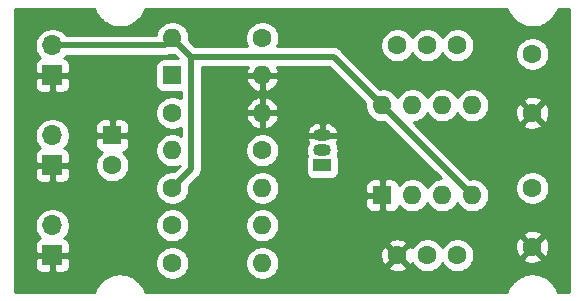
<source format=gbr>
%TF.GenerationSoftware,KiCad,Pcbnew,5.1.7-a382d34a8~88~ubuntu16.04.1*%
%TF.CreationDate,2021-06-30T18:42:57+02:00*%
%TF.ProjectId,555-piezo-trigger,3535352d-7069-4657-9a6f-2d7472696767,rev?*%
%TF.SameCoordinates,Original*%
%TF.FileFunction,Copper,L2,Bot*%
%TF.FilePolarity,Positive*%
%FSLAX46Y46*%
G04 Gerber Fmt 4.6, Leading zero omitted, Abs format (unit mm)*
G04 Created by KiCad (PCBNEW 5.1.7-a382d34a8~88~ubuntu16.04.1) date 2021-06-30 18:42:57*
%MOMM*%
%LPD*%
G01*
G04 APERTURE LIST*
%TA.AperFunction,ComponentPad*%
%ADD10O,1.700000X1.700000*%
%TD*%
%TA.AperFunction,ComponentPad*%
%ADD11R,1.700000X1.700000*%
%TD*%
%TA.AperFunction,ComponentPad*%
%ADD12R,1.600000X1.600000*%
%TD*%
%TA.AperFunction,ComponentPad*%
%ADD13C,1.600000*%
%TD*%
%TA.AperFunction,ComponentPad*%
%ADD14O,1.600000X1.600000*%
%TD*%
%TA.AperFunction,ComponentPad*%
%ADD15O,1.500000X1.050000*%
%TD*%
%TA.AperFunction,ComponentPad*%
%ADD16R,1.500000X1.050000*%
%TD*%
%TA.AperFunction,Conductor*%
%ADD17C,0.500000*%
%TD*%
%TA.AperFunction,Conductor*%
%ADD18C,0.254000*%
%TD*%
%TA.AperFunction,Conductor*%
%ADD19C,0.100000*%
%TD*%
G04 APERTURE END LIST*
D10*
%TO.P,J3,1*%
%TO.N,Net-(J3-Pad1)*%
X88900000Y-83820000D03*
D11*
%TO.P,J3,2*%
%TO.N,GND*%
X88900000Y-86360000D03*
%TD*%
D10*
%TO.P,J1,1*%
%TO.N,+12V*%
X88900000Y-68580000D03*
D11*
%TO.P,J1,2*%
%TO.N,GND*%
X88900000Y-71120000D03*
%TD*%
D10*
%TO.P,J2,1*%
%TO.N,Net-(D1-Pad1)*%
X88900000Y-76200000D03*
D11*
%TO.P,J2,2*%
%TO.N,GND*%
X88900000Y-78740000D03*
%TD*%
D12*
%TO.P,D2,1*%
%TO.N,GND*%
X93980000Y-76200000D03*
D13*
%TO.P,D2,2*%
%TO.N,Net-(D2-Pad2)*%
X93980000Y-78740000D03*
%TD*%
%TO.P,C1,2*%
%TO.N,GND*%
X129540000Y-74295000D03*
%TO.P,C1,1*%
%TO.N,Net-(C1-Pad1)*%
X129540000Y-69295000D03*
%TD*%
%TO.P,C2,1*%
%TO.N,Net-(C2-Pad1)*%
X129540000Y-80645000D03*
%TO.P,C2,2*%
%TO.N,GND*%
X129540000Y-85645000D03*
%TD*%
D12*
%TO.P,D1,1*%
%TO.N,Net-(D1-Pad1)*%
X99060000Y-71120000D03*
D14*
%TO.P,D1,2*%
%TO.N,GND*%
X106680000Y-71120000D03*
%TD*%
D15*
%TO.P,Q1,2*%
%TO.N,Net-(Q1-Pad2)*%
X111760000Y-77470000D03*
%TO.P,Q1,3*%
%TO.N,GND*%
X111760000Y-76200000D03*
D16*
%TO.P,Q1,1*%
%TO.N,Net-(Q1-Pad1)*%
X111760000Y-78740000D03*
%TD*%
D14*
%TO.P,R4,2*%
%TO.N,Net-(Q1-Pad1)*%
X106680000Y-80645000D03*
D13*
%TO.P,R4,1*%
%TO.N,+12V*%
X99060000Y-80645000D03*
%TD*%
%TO.P,R5,1*%
%TO.N,Net-(D2-Pad2)*%
X99060000Y-83820000D03*
D14*
%TO.P,R5,2*%
%TO.N,Net-(R5-Pad2)*%
X106680000Y-83820000D03*
%TD*%
%TO.P,R2,2*%
%TO.N,GND*%
X106680000Y-74295000D03*
D13*
%TO.P,R2,1*%
%TO.N,Net-(D1-Pad1)*%
X99060000Y-74295000D03*
%TD*%
%TO.P,RV1,1*%
%TO.N,Net-(R1-Pad1)*%
X118110000Y-68580000D03*
%TO.P,RV1,2*%
%TO.N,Net-(C1-Pad1)*%
X120650000Y-68580000D03*
%TO.P,RV1,3*%
%TO.N,Net-(RV1-Pad3)*%
X123190000Y-68580000D03*
%TD*%
%TO.P,RV2,3*%
%TO.N,GND*%
X118110000Y-86360000D03*
%TO.P,RV2,2*%
%TO.N,Net-(R6-Pad2)*%
X120650000Y-86360000D03*
%TO.P,RV2,1*%
%TO.N,Net-(R5-Pad2)*%
X123190000Y-86360000D03*
%TD*%
D12*
%TO.P,U1,1*%
%TO.N,GND*%
X116840000Y-81280000D03*
D14*
%TO.P,U1,5*%
%TO.N,Net-(C2-Pad1)*%
X124460000Y-73660000D03*
%TO.P,U1,2*%
%TO.N,Net-(Q1-Pad1)*%
X119380000Y-81280000D03*
%TO.P,U1,6*%
%TO.N,Net-(C1-Pad1)*%
X121920000Y-73660000D03*
%TO.P,U1,3*%
%TO.N,Net-(R5-Pad2)*%
X121920000Y-81280000D03*
%TO.P,U1,7*%
%TO.N,Net-(C1-Pad1)*%
X119380000Y-73660000D03*
%TO.P,U1,4*%
%TO.N,+12V*%
X124460000Y-81280000D03*
%TO.P,U1,8*%
X116840000Y-73660000D03*
%TD*%
D13*
%TO.P,R3,1*%
%TO.N,Net-(Q1-Pad2)*%
X106680000Y-77470000D03*
D14*
%TO.P,R3,2*%
%TO.N,Net-(D1-Pad1)*%
X99060000Y-77470000D03*
%TD*%
D13*
%TO.P,R1,1*%
%TO.N,Net-(R1-Pad1)*%
X106680000Y-67945000D03*
D14*
%TO.P,R1,2*%
%TO.N,+12V*%
X99060000Y-67945000D03*
%TD*%
%TO.P,R6,2*%
%TO.N,Net-(R6-Pad2)*%
X106680000Y-86995000D03*
D13*
%TO.P,R6,1*%
%TO.N,Net-(J3-Pad1)*%
X99060000Y-86995000D03*
%TD*%
D17*
%TO.N,+12V*%
X116840000Y-73660000D02*
X124460000Y-81280000D01*
X116840000Y-73660000D02*
X112712500Y-69532500D01*
X100647500Y-69532500D02*
X112712500Y-69532500D01*
X99060000Y-67945000D02*
X100647500Y-69532500D01*
X100647500Y-74612500D02*
X100647500Y-69532500D01*
X100647500Y-79057500D02*
X100647500Y-74612500D01*
X99060000Y-80645000D02*
X100647500Y-79057500D01*
X98425000Y-68580000D02*
X99060000Y-67945000D01*
X88900000Y-68580000D02*
X98425000Y-68580000D01*
%TD*%
D18*
%TO.N,GND*%
X92491447Y-65607430D02*
X92515905Y-65664494D01*
X92539564Y-65721895D01*
X92544113Y-65730308D01*
X92694548Y-66003948D01*
X92729615Y-66055163D01*
X92763982Y-66106888D01*
X92770078Y-66114258D01*
X92970800Y-66353467D01*
X93015157Y-66396905D01*
X93058903Y-66440957D01*
X93066315Y-66447002D01*
X93309674Y-66642669D01*
X93361651Y-66676682D01*
X93413097Y-66711382D01*
X93421541Y-66715872D01*
X93698271Y-66860544D01*
X93755843Y-66883804D01*
X93813068Y-66907859D01*
X93822224Y-66910624D01*
X94121785Y-66998790D01*
X94182802Y-67010430D01*
X94243589Y-67022907D01*
X94253104Y-67023841D01*
X94253108Y-67023841D01*
X94564087Y-67052142D01*
X94626137Y-67051708D01*
X94688254Y-67052142D01*
X94697773Y-67051208D01*
X95008328Y-67018567D01*
X95069135Y-67006085D01*
X95130128Y-66994450D01*
X95139284Y-66991686D01*
X95437585Y-66899347D01*
X95494851Y-66875275D01*
X95552383Y-66852030D01*
X95560823Y-66847542D01*
X95560828Y-66847540D01*
X95560832Y-66847537D01*
X95835512Y-66699019D01*
X95886984Y-66664301D01*
X95938933Y-66630306D01*
X95946345Y-66624262D01*
X96186949Y-66425216D01*
X96230696Y-66381162D01*
X96275054Y-66337724D01*
X96281150Y-66330355D01*
X96478511Y-66088366D01*
X96512888Y-66036625D01*
X96547943Y-65985428D01*
X96552489Y-65977020D01*
X96552494Y-65977013D01*
X96552497Y-65977005D01*
X96699093Y-65701302D01*
X96722757Y-65643889D01*
X96747210Y-65586835D01*
X96750036Y-65577706D01*
X96750038Y-65577700D01*
X96750039Y-65577694D01*
X96787083Y-65455000D01*
X127368094Y-65455000D01*
X127416447Y-65607430D01*
X127440905Y-65664494D01*
X127464564Y-65721895D01*
X127469113Y-65730308D01*
X127619548Y-66003948D01*
X127654615Y-66055163D01*
X127688982Y-66106888D01*
X127695078Y-66114258D01*
X127895800Y-66353467D01*
X127940157Y-66396905D01*
X127983903Y-66440957D01*
X127991315Y-66447002D01*
X128234674Y-66642669D01*
X128286651Y-66676682D01*
X128338097Y-66711382D01*
X128346541Y-66715872D01*
X128623271Y-66860544D01*
X128680843Y-66883804D01*
X128738068Y-66907859D01*
X128747224Y-66910624D01*
X129046785Y-66998790D01*
X129107802Y-67010430D01*
X129168589Y-67022907D01*
X129178104Y-67023841D01*
X129178108Y-67023841D01*
X129489087Y-67052142D01*
X129551137Y-67051708D01*
X129613254Y-67052142D01*
X129622773Y-67051208D01*
X129933328Y-67018567D01*
X129994135Y-67006085D01*
X130055128Y-66994450D01*
X130064284Y-66991686D01*
X130362585Y-66899347D01*
X130419851Y-66875275D01*
X130477383Y-66852030D01*
X130485823Y-66847542D01*
X130485828Y-66847540D01*
X130485832Y-66847537D01*
X130760512Y-66699019D01*
X130811984Y-66664301D01*
X130863933Y-66630306D01*
X130871345Y-66624262D01*
X131111949Y-66425216D01*
X131155696Y-66381162D01*
X131200054Y-66337724D01*
X131206150Y-66330355D01*
X131403511Y-66088366D01*
X131437888Y-66036625D01*
X131472943Y-65985428D01*
X131477489Y-65977020D01*
X131477494Y-65977013D01*
X131477497Y-65977005D01*
X131624093Y-65701302D01*
X131647757Y-65643889D01*
X131672210Y-65586835D01*
X131675036Y-65577706D01*
X131675038Y-65577700D01*
X131675039Y-65577694D01*
X131712083Y-65455000D01*
X132665000Y-65455000D01*
X132665001Y-89485000D01*
X131711906Y-89485000D01*
X131663553Y-89332571D01*
X131639101Y-89275520D01*
X131615436Y-89218105D01*
X131610887Y-89209691D01*
X131460452Y-88936052D01*
X131425385Y-88884837D01*
X131391018Y-88833112D01*
X131384922Y-88825743D01*
X131184201Y-88586533D01*
X131139824Y-88543076D01*
X131096097Y-88499043D01*
X131088685Y-88492998D01*
X130845325Y-88297331D01*
X130793384Y-88263342D01*
X130741904Y-88228618D01*
X130733459Y-88224128D01*
X130456729Y-88079457D01*
X130399190Y-88056210D01*
X130341932Y-88032141D01*
X130332776Y-88029376D01*
X130033215Y-87941210D01*
X129972198Y-87929570D01*
X129911411Y-87917093D01*
X129901896Y-87916159D01*
X129901892Y-87916159D01*
X129590912Y-87887858D01*
X129528862Y-87888292D01*
X129466746Y-87887858D01*
X129457228Y-87888792D01*
X129457226Y-87888792D01*
X129146672Y-87921433D01*
X129085871Y-87933914D01*
X129024872Y-87945550D01*
X129015716Y-87948314D01*
X128717416Y-88040653D01*
X128660162Y-88064721D01*
X128602618Y-88087970D01*
X128594173Y-88092459D01*
X128319489Y-88240981D01*
X128268017Y-88275699D01*
X128216068Y-88309694D01*
X128208656Y-88315738D01*
X127968051Y-88514783D01*
X127924301Y-88558840D01*
X127879946Y-88602276D01*
X127873850Y-88609645D01*
X127676489Y-88851634D01*
X127642124Y-88903357D01*
X127607057Y-88954571D01*
X127602508Y-88962984D01*
X127455908Y-89238698D01*
X127432258Y-89296076D01*
X127407790Y-89353166D01*
X127404962Y-89362302D01*
X127367918Y-89485000D01*
X96786906Y-89485000D01*
X96738553Y-89332571D01*
X96714101Y-89275520D01*
X96690436Y-89218105D01*
X96685887Y-89209691D01*
X96535452Y-88936052D01*
X96500385Y-88884837D01*
X96466018Y-88833112D01*
X96459922Y-88825743D01*
X96259201Y-88586533D01*
X96214824Y-88543076D01*
X96171097Y-88499043D01*
X96163685Y-88492998D01*
X95920325Y-88297331D01*
X95868384Y-88263342D01*
X95816904Y-88228618D01*
X95808459Y-88224128D01*
X95531729Y-88079457D01*
X95474190Y-88056210D01*
X95416932Y-88032141D01*
X95407776Y-88029376D01*
X95108215Y-87941210D01*
X95047198Y-87929570D01*
X94986411Y-87917093D01*
X94976896Y-87916159D01*
X94976892Y-87916159D01*
X94665912Y-87887858D01*
X94603862Y-87888292D01*
X94541746Y-87887858D01*
X94532228Y-87888792D01*
X94532226Y-87888792D01*
X94221672Y-87921433D01*
X94160871Y-87933914D01*
X94099872Y-87945550D01*
X94090716Y-87948314D01*
X93792416Y-88040653D01*
X93735162Y-88064721D01*
X93677618Y-88087970D01*
X93669173Y-88092459D01*
X93394489Y-88240981D01*
X93343017Y-88275699D01*
X93291068Y-88309694D01*
X93283656Y-88315738D01*
X93043051Y-88514783D01*
X92999301Y-88558840D01*
X92954946Y-88602276D01*
X92948850Y-88609645D01*
X92751489Y-88851634D01*
X92717124Y-88903357D01*
X92682057Y-88954571D01*
X92677508Y-88962984D01*
X92530908Y-89238698D01*
X92507258Y-89296076D01*
X92482790Y-89353166D01*
X92479962Y-89362302D01*
X92442918Y-89485000D01*
X85775000Y-89485000D01*
X85775000Y-87210000D01*
X87411928Y-87210000D01*
X87424188Y-87334482D01*
X87460498Y-87454180D01*
X87519463Y-87564494D01*
X87598815Y-87661185D01*
X87695506Y-87740537D01*
X87805820Y-87799502D01*
X87925518Y-87835812D01*
X88050000Y-87848072D01*
X88614250Y-87845000D01*
X88773000Y-87686250D01*
X88773000Y-86487000D01*
X89027000Y-86487000D01*
X89027000Y-87686250D01*
X89185750Y-87845000D01*
X89750000Y-87848072D01*
X89874482Y-87835812D01*
X89994180Y-87799502D01*
X90104494Y-87740537D01*
X90201185Y-87661185D01*
X90280537Y-87564494D01*
X90339502Y-87454180D01*
X90375812Y-87334482D01*
X90388072Y-87210000D01*
X90386132Y-86853665D01*
X97625000Y-86853665D01*
X97625000Y-87136335D01*
X97680147Y-87413574D01*
X97788320Y-87674727D01*
X97945363Y-87909759D01*
X98145241Y-88109637D01*
X98380273Y-88266680D01*
X98641426Y-88374853D01*
X98918665Y-88430000D01*
X99201335Y-88430000D01*
X99478574Y-88374853D01*
X99739727Y-88266680D01*
X99974759Y-88109637D01*
X100174637Y-87909759D01*
X100331680Y-87674727D01*
X100439853Y-87413574D01*
X100495000Y-87136335D01*
X100495000Y-86853665D01*
X105245000Y-86853665D01*
X105245000Y-87136335D01*
X105300147Y-87413574D01*
X105408320Y-87674727D01*
X105565363Y-87909759D01*
X105765241Y-88109637D01*
X106000273Y-88266680D01*
X106261426Y-88374853D01*
X106538665Y-88430000D01*
X106821335Y-88430000D01*
X107098574Y-88374853D01*
X107359727Y-88266680D01*
X107594759Y-88109637D01*
X107794637Y-87909759D01*
X107951680Y-87674727D01*
X108059853Y-87413574D01*
X108071961Y-87352702D01*
X117296903Y-87352702D01*
X117368486Y-87596671D01*
X117623996Y-87717571D01*
X117898184Y-87786300D01*
X118180512Y-87800217D01*
X118460130Y-87758787D01*
X118726292Y-87663603D01*
X118851514Y-87596671D01*
X118923097Y-87352702D01*
X118110000Y-86539605D01*
X117296903Y-87352702D01*
X108071961Y-87352702D01*
X108115000Y-87136335D01*
X108115000Y-86853665D01*
X108059853Y-86576426D01*
X107999414Y-86430512D01*
X116669783Y-86430512D01*
X116711213Y-86710130D01*
X116806397Y-86976292D01*
X116873329Y-87101514D01*
X117117298Y-87173097D01*
X117930395Y-86360000D01*
X118289605Y-86360000D01*
X119102702Y-87173097D01*
X119346671Y-87101514D01*
X119377194Y-87037008D01*
X119378320Y-87039727D01*
X119535363Y-87274759D01*
X119735241Y-87474637D01*
X119970273Y-87631680D01*
X120231426Y-87739853D01*
X120508665Y-87795000D01*
X120791335Y-87795000D01*
X121068574Y-87739853D01*
X121329727Y-87631680D01*
X121564759Y-87474637D01*
X121764637Y-87274759D01*
X121920000Y-87042241D01*
X122075363Y-87274759D01*
X122275241Y-87474637D01*
X122510273Y-87631680D01*
X122771426Y-87739853D01*
X123048665Y-87795000D01*
X123331335Y-87795000D01*
X123608574Y-87739853D01*
X123869727Y-87631680D01*
X124104759Y-87474637D01*
X124304637Y-87274759D01*
X124461680Y-87039727D01*
X124569853Y-86778574D01*
X124597874Y-86637702D01*
X128726903Y-86637702D01*
X128798486Y-86881671D01*
X129053996Y-87002571D01*
X129328184Y-87071300D01*
X129610512Y-87085217D01*
X129890130Y-87043787D01*
X130156292Y-86948603D01*
X130281514Y-86881671D01*
X130353097Y-86637702D01*
X129540000Y-85824605D01*
X128726903Y-86637702D01*
X124597874Y-86637702D01*
X124625000Y-86501335D01*
X124625000Y-86218665D01*
X124569853Y-85941426D01*
X124476277Y-85715512D01*
X128099783Y-85715512D01*
X128141213Y-85995130D01*
X128236397Y-86261292D01*
X128303329Y-86386514D01*
X128547298Y-86458097D01*
X129360395Y-85645000D01*
X129719605Y-85645000D01*
X130532702Y-86458097D01*
X130776671Y-86386514D01*
X130897571Y-86131004D01*
X130966300Y-85856816D01*
X130980217Y-85574488D01*
X130938787Y-85294870D01*
X130843603Y-85028708D01*
X130776671Y-84903486D01*
X130532702Y-84831903D01*
X129719605Y-85645000D01*
X129360395Y-85645000D01*
X128547298Y-84831903D01*
X128303329Y-84903486D01*
X128182429Y-85158996D01*
X128113700Y-85433184D01*
X128099783Y-85715512D01*
X124476277Y-85715512D01*
X124461680Y-85680273D01*
X124304637Y-85445241D01*
X124104759Y-85245363D01*
X123869727Y-85088320D01*
X123608574Y-84980147D01*
X123331335Y-84925000D01*
X123048665Y-84925000D01*
X122771426Y-84980147D01*
X122510273Y-85088320D01*
X122275241Y-85245363D01*
X122075363Y-85445241D01*
X121920000Y-85677759D01*
X121764637Y-85445241D01*
X121564759Y-85245363D01*
X121329727Y-85088320D01*
X121068574Y-84980147D01*
X120791335Y-84925000D01*
X120508665Y-84925000D01*
X120231426Y-84980147D01*
X119970273Y-85088320D01*
X119735241Y-85245363D01*
X119535363Y-85445241D01*
X119379085Y-85679128D01*
X119346671Y-85618486D01*
X119102702Y-85546903D01*
X118289605Y-86360000D01*
X117930395Y-86360000D01*
X117117298Y-85546903D01*
X116873329Y-85618486D01*
X116752429Y-85873996D01*
X116683700Y-86148184D01*
X116669783Y-86430512D01*
X107999414Y-86430512D01*
X107951680Y-86315273D01*
X107794637Y-86080241D01*
X107594759Y-85880363D01*
X107359727Y-85723320D01*
X107098574Y-85615147D01*
X106821335Y-85560000D01*
X106538665Y-85560000D01*
X106261426Y-85615147D01*
X106000273Y-85723320D01*
X105765241Y-85880363D01*
X105565363Y-86080241D01*
X105408320Y-86315273D01*
X105300147Y-86576426D01*
X105245000Y-86853665D01*
X100495000Y-86853665D01*
X100439853Y-86576426D01*
X100331680Y-86315273D01*
X100174637Y-86080241D01*
X99974759Y-85880363D01*
X99739727Y-85723320D01*
X99478574Y-85615147D01*
X99201335Y-85560000D01*
X98918665Y-85560000D01*
X98641426Y-85615147D01*
X98380273Y-85723320D01*
X98145241Y-85880363D01*
X97945363Y-86080241D01*
X97788320Y-86315273D01*
X97680147Y-86576426D01*
X97625000Y-86853665D01*
X90386132Y-86853665D01*
X90385000Y-86645750D01*
X90226250Y-86487000D01*
X89027000Y-86487000D01*
X88773000Y-86487000D01*
X87573750Y-86487000D01*
X87415000Y-86645750D01*
X87411928Y-87210000D01*
X85775000Y-87210000D01*
X85775000Y-85510000D01*
X87411928Y-85510000D01*
X87415000Y-86074250D01*
X87573750Y-86233000D01*
X88773000Y-86233000D01*
X88773000Y-86213000D01*
X89027000Y-86213000D01*
X89027000Y-86233000D01*
X90226250Y-86233000D01*
X90385000Y-86074250D01*
X90388072Y-85510000D01*
X90375812Y-85385518D01*
X90370286Y-85367298D01*
X117296903Y-85367298D01*
X118110000Y-86180395D01*
X118923097Y-85367298D01*
X118851514Y-85123329D01*
X118596004Y-85002429D01*
X118321816Y-84933700D01*
X118039488Y-84919783D01*
X117759870Y-84961213D01*
X117493708Y-85056397D01*
X117368486Y-85123329D01*
X117296903Y-85367298D01*
X90370286Y-85367298D01*
X90339502Y-85265820D01*
X90280537Y-85155506D01*
X90201185Y-85058815D01*
X90104494Y-84979463D01*
X89994180Y-84920498D01*
X89921620Y-84898487D01*
X90053475Y-84766632D01*
X90215990Y-84523411D01*
X90327932Y-84253158D01*
X90385000Y-83966260D01*
X90385000Y-83678665D01*
X97625000Y-83678665D01*
X97625000Y-83961335D01*
X97680147Y-84238574D01*
X97788320Y-84499727D01*
X97945363Y-84734759D01*
X98145241Y-84934637D01*
X98380273Y-85091680D01*
X98641426Y-85199853D01*
X98918665Y-85255000D01*
X99201335Y-85255000D01*
X99478574Y-85199853D01*
X99739727Y-85091680D01*
X99974759Y-84934637D01*
X100174637Y-84734759D01*
X100331680Y-84499727D01*
X100439853Y-84238574D01*
X100495000Y-83961335D01*
X100495000Y-83678665D01*
X105245000Y-83678665D01*
X105245000Y-83961335D01*
X105300147Y-84238574D01*
X105408320Y-84499727D01*
X105565363Y-84734759D01*
X105765241Y-84934637D01*
X106000273Y-85091680D01*
X106261426Y-85199853D01*
X106538665Y-85255000D01*
X106821335Y-85255000D01*
X107098574Y-85199853D01*
X107359727Y-85091680D01*
X107594759Y-84934637D01*
X107794637Y-84734759D01*
X107849735Y-84652298D01*
X128726903Y-84652298D01*
X129540000Y-85465395D01*
X130353097Y-84652298D01*
X130281514Y-84408329D01*
X130026004Y-84287429D01*
X129751816Y-84218700D01*
X129469488Y-84204783D01*
X129189870Y-84246213D01*
X128923708Y-84341397D01*
X128798486Y-84408329D01*
X128726903Y-84652298D01*
X107849735Y-84652298D01*
X107951680Y-84499727D01*
X108059853Y-84238574D01*
X108115000Y-83961335D01*
X108115000Y-83678665D01*
X108059853Y-83401426D01*
X107951680Y-83140273D01*
X107794637Y-82905241D01*
X107594759Y-82705363D01*
X107359727Y-82548320D01*
X107098574Y-82440147D01*
X106821335Y-82385000D01*
X106538665Y-82385000D01*
X106261426Y-82440147D01*
X106000273Y-82548320D01*
X105765241Y-82705363D01*
X105565363Y-82905241D01*
X105408320Y-83140273D01*
X105300147Y-83401426D01*
X105245000Y-83678665D01*
X100495000Y-83678665D01*
X100439853Y-83401426D01*
X100331680Y-83140273D01*
X100174637Y-82905241D01*
X99974759Y-82705363D01*
X99739727Y-82548320D01*
X99478574Y-82440147D01*
X99201335Y-82385000D01*
X98918665Y-82385000D01*
X98641426Y-82440147D01*
X98380273Y-82548320D01*
X98145241Y-82705363D01*
X97945363Y-82905241D01*
X97788320Y-83140273D01*
X97680147Y-83401426D01*
X97625000Y-83678665D01*
X90385000Y-83678665D01*
X90385000Y-83673740D01*
X90327932Y-83386842D01*
X90215990Y-83116589D01*
X90053475Y-82873368D01*
X89846632Y-82666525D01*
X89603411Y-82504010D01*
X89333158Y-82392068D01*
X89046260Y-82335000D01*
X88753740Y-82335000D01*
X88466842Y-82392068D01*
X88196589Y-82504010D01*
X87953368Y-82666525D01*
X87746525Y-82873368D01*
X87584010Y-83116589D01*
X87472068Y-83386842D01*
X87415000Y-83673740D01*
X87415000Y-83966260D01*
X87472068Y-84253158D01*
X87584010Y-84523411D01*
X87746525Y-84766632D01*
X87878380Y-84898487D01*
X87805820Y-84920498D01*
X87695506Y-84979463D01*
X87598815Y-85058815D01*
X87519463Y-85155506D01*
X87460498Y-85265820D01*
X87424188Y-85385518D01*
X87411928Y-85510000D01*
X85775000Y-85510000D01*
X85775000Y-79590000D01*
X87411928Y-79590000D01*
X87424188Y-79714482D01*
X87460498Y-79834180D01*
X87519463Y-79944494D01*
X87598815Y-80041185D01*
X87695506Y-80120537D01*
X87805820Y-80179502D01*
X87925518Y-80215812D01*
X88050000Y-80228072D01*
X88614250Y-80225000D01*
X88773000Y-80066250D01*
X88773000Y-78867000D01*
X89027000Y-78867000D01*
X89027000Y-80066250D01*
X89185750Y-80225000D01*
X89750000Y-80228072D01*
X89874482Y-80215812D01*
X89994180Y-80179502D01*
X90104494Y-80120537D01*
X90201185Y-80041185D01*
X90280537Y-79944494D01*
X90339502Y-79834180D01*
X90375812Y-79714482D01*
X90388072Y-79590000D01*
X90385000Y-79025750D01*
X90226250Y-78867000D01*
X89027000Y-78867000D01*
X88773000Y-78867000D01*
X87573750Y-78867000D01*
X87415000Y-79025750D01*
X87411928Y-79590000D01*
X85775000Y-79590000D01*
X85775000Y-77890000D01*
X87411928Y-77890000D01*
X87415000Y-78454250D01*
X87573750Y-78613000D01*
X88773000Y-78613000D01*
X88773000Y-78593000D01*
X89027000Y-78593000D01*
X89027000Y-78613000D01*
X90226250Y-78613000D01*
X90385000Y-78454250D01*
X90388072Y-77890000D01*
X90375812Y-77765518D01*
X90339502Y-77645820D01*
X90280537Y-77535506D01*
X90201185Y-77438815D01*
X90104494Y-77359463D01*
X89994180Y-77300498D01*
X89921620Y-77278487D01*
X90053475Y-77146632D01*
X90151451Y-77000000D01*
X92541928Y-77000000D01*
X92554188Y-77124482D01*
X92590498Y-77244180D01*
X92649463Y-77354494D01*
X92728815Y-77451185D01*
X92825506Y-77530537D01*
X92935820Y-77589502D01*
X93055518Y-77625812D01*
X93063961Y-77626643D01*
X92865363Y-77825241D01*
X92708320Y-78060273D01*
X92600147Y-78321426D01*
X92545000Y-78598665D01*
X92545000Y-78881335D01*
X92600147Y-79158574D01*
X92708320Y-79419727D01*
X92865363Y-79654759D01*
X93065241Y-79854637D01*
X93300273Y-80011680D01*
X93561426Y-80119853D01*
X93838665Y-80175000D01*
X94121335Y-80175000D01*
X94398574Y-80119853D01*
X94659727Y-80011680D01*
X94894759Y-79854637D01*
X95094637Y-79654759D01*
X95251680Y-79419727D01*
X95359853Y-79158574D01*
X95415000Y-78881335D01*
X95415000Y-78598665D01*
X95359853Y-78321426D01*
X95251680Y-78060273D01*
X95094637Y-77825241D01*
X94896039Y-77626643D01*
X94904482Y-77625812D01*
X95024180Y-77589502D01*
X95134494Y-77530537D01*
X95231185Y-77451185D01*
X95310537Y-77354494D01*
X95369502Y-77244180D01*
X95405812Y-77124482D01*
X95418072Y-77000000D01*
X95415000Y-76485750D01*
X95256250Y-76327000D01*
X94107000Y-76327000D01*
X94107000Y-76347000D01*
X93853000Y-76347000D01*
X93853000Y-76327000D01*
X92703750Y-76327000D01*
X92545000Y-76485750D01*
X92541928Y-77000000D01*
X90151451Y-77000000D01*
X90215990Y-76903411D01*
X90327932Y-76633158D01*
X90385000Y-76346260D01*
X90385000Y-76053740D01*
X90327932Y-75766842D01*
X90215990Y-75496589D01*
X90151452Y-75400000D01*
X92541928Y-75400000D01*
X92545000Y-75914250D01*
X92703750Y-76073000D01*
X93853000Y-76073000D01*
X93853000Y-74923750D01*
X94107000Y-74923750D01*
X94107000Y-76073000D01*
X95256250Y-76073000D01*
X95415000Y-75914250D01*
X95418072Y-75400000D01*
X95405812Y-75275518D01*
X95369502Y-75155820D01*
X95310537Y-75045506D01*
X95231185Y-74948815D01*
X95134494Y-74869463D01*
X95024180Y-74810498D01*
X94904482Y-74774188D01*
X94780000Y-74761928D01*
X94265750Y-74765000D01*
X94107000Y-74923750D01*
X93853000Y-74923750D01*
X93694250Y-74765000D01*
X93180000Y-74761928D01*
X93055518Y-74774188D01*
X92935820Y-74810498D01*
X92825506Y-74869463D01*
X92728815Y-74948815D01*
X92649463Y-75045506D01*
X92590498Y-75155820D01*
X92554188Y-75275518D01*
X92541928Y-75400000D01*
X90151452Y-75400000D01*
X90053475Y-75253368D01*
X89846632Y-75046525D01*
X89603411Y-74884010D01*
X89333158Y-74772068D01*
X89046260Y-74715000D01*
X88753740Y-74715000D01*
X88466842Y-74772068D01*
X88196589Y-74884010D01*
X87953368Y-75046525D01*
X87746525Y-75253368D01*
X87584010Y-75496589D01*
X87472068Y-75766842D01*
X87415000Y-76053740D01*
X87415000Y-76346260D01*
X87472068Y-76633158D01*
X87584010Y-76903411D01*
X87746525Y-77146632D01*
X87878380Y-77278487D01*
X87805820Y-77300498D01*
X87695506Y-77359463D01*
X87598815Y-77438815D01*
X87519463Y-77535506D01*
X87460498Y-77645820D01*
X87424188Y-77765518D01*
X87411928Y-77890000D01*
X85775000Y-77890000D01*
X85775000Y-71970000D01*
X87411928Y-71970000D01*
X87424188Y-72094482D01*
X87460498Y-72214180D01*
X87519463Y-72324494D01*
X87598815Y-72421185D01*
X87695506Y-72500537D01*
X87805820Y-72559502D01*
X87925518Y-72595812D01*
X88050000Y-72608072D01*
X88614250Y-72605000D01*
X88773000Y-72446250D01*
X88773000Y-71247000D01*
X89027000Y-71247000D01*
X89027000Y-72446250D01*
X89185750Y-72605000D01*
X89750000Y-72608072D01*
X89874482Y-72595812D01*
X89994180Y-72559502D01*
X90104494Y-72500537D01*
X90201185Y-72421185D01*
X90280537Y-72324494D01*
X90339502Y-72214180D01*
X90375812Y-72094482D01*
X90388072Y-71970000D01*
X90385000Y-71405750D01*
X90226250Y-71247000D01*
X89027000Y-71247000D01*
X88773000Y-71247000D01*
X87573750Y-71247000D01*
X87415000Y-71405750D01*
X87411928Y-71970000D01*
X85775000Y-71970000D01*
X85775000Y-70270000D01*
X87411928Y-70270000D01*
X87415000Y-70834250D01*
X87573750Y-70993000D01*
X88773000Y-70993000D01*
X88773000Y-70973000D01*
X89027000Y-70973000D01*
X89027000Y-70993000D01*
X90226250Y-70993000D01*
X90385000Y-70834250D01*
X90388072Y-70270000D01*
X90375812Y-70145518D01*
X90339502Y-70025820D01*
X90280537Y-69915506D01*
X90201185Y-69818815D01*
X90104494Y-69739463D01*
X89994180Y-69680498D01*
X89921620Y-69658487D01*
X90053475Y-69526632D01*
X90094656Y-69465000D01*
X98381531Y-69465000D01*
X98425000Y-69469281D01*
X98468469Y-69465000D01*
X98468477Y-69465000D01*
X98598490Y-69452195D01*
X98765313Y-69401589D01*
X98836341Y-69363624D01*
X98918665Y-69380000D01*
X99201335Y-69380000D01*
X99236439Y-69373017D01*
X99545349Y-69681928D01*
X98260000Y-69681928D01*
X98135518Y-69694188D01*
X98015820Y-69730498D01*
X97905506Y-69789463D01*
X97808815Y-69868815D01*
X97729463Y-69965506D01*
X97670498Y-70075820D01*
X97634188Y-70195518D01*
X97621928Y-70320000D01*
X97621928Y-71920000D01*
X97634188Y-72044482D01*
X97670498Y-72164180D01*
X97729463Y-72274494D01*
X97808815Y-72371185D01*
X97905506Y-72450537D01*
X98015820Y-72509502D01*
X98135518Y-72545812D01*
X98260000Y-72558072D01*
X99762500Y-72558072D01*
X99762500Y-73038537D01*
X99739727Y-73023320D01*
X99478574Y-72915147D01*
X99201335Y-72860000D01*
X98918665Y-72860000D01*
X98641426Y-72915147D01*
X98380273Y-73023320D01*
X98145241Y-73180363D01*
X97945363Y-73380241D01*
X97788320Y-73615273D01*
X97680147Y-73876426D01*
X97625000Y-74153665D01*
X97625000Y-74436335D01*
X97680147Y-74713574D01*
X97788320Y-74974727D01*
X97945363Y-75209759D01*
X98145241Y-75409637D01*
X98380273Y-75566680D01*
X98641426Y-75674853D01*
X98918665Y-75730000D01*
X99201335Y-75730000D01*
X99478574Y-75674853D01*
X99739727Y-75566680D01*
X99762501Y-75551463D01*
X99762501Y-76213537D01*
X99739727Y-76198320D01*
X99478574Y-76090147D01*
X99201335Y-76035000D01*
X98918665Y-76035000D01*
X98641426Y-76090147D01*
X98380273Y-76198320D01*
X98145241Y-76355363D01*
X97945363Y-76555241D01*
X97788320Y-76790273D01*
X97680147Y-77051426D01*
X97625000Y-77328665D01*
X97625000Y-77611335D01*
X97680147Y-77888574D01*
X97788320Y-78149727D01*
X97945363Y-78384759D01*
X98145241Y-78584637D01*
X98380273Y-78741680D01*
X98641426Y-78849853D01*
X98918665Y-78905000D01*
X99201335Y-78905000D01*
X99478574Y-78849853D01*
X99691952Y-78761469D01*
X99236439Y-79216983D01*
X99201335Y-79210000D01*
X98918665Y-79210000D01*
X98641426Y-79265147D01*
X98380273Y-79373320D01*
X98145241Y-79530363D01*
X97945363Y-79730241D01*
X97788320Y-79965273D01*
X97680147Y-80226426D01*
X97625000Y-80503665D01*
X97625000Y-80786335D01*
X97680147Y-81063574D01*
X97788320Y-81324727D01*
X97945363Y-81559759D01*
X98145241Y-81759637D01*
X98380273Y-81916680D01*
X98641426Y-82024853D01*
X98918665Y-82080000D01*
X99201335Y-82080000D01*
X99478574Y-82024853D01*
X99739727Y-81916680D01*
X99974759Y-81759637D01*
X100174637Y-81559759D01*
X100331680Y-81324727D01*
X100439853Y-81063574D01*
X100495000Y-80786335D01*
X100495000Y-80503665D01*
X105245000Y-80503665D01*
X105245000Y-80786335D01*
X105300147Y-81063574D01*
X105408320Y-81324727D01*
X105565363Y-81559759D01*
X105765241Y-81759637D01*
X106000273Y-81916680D01*
X106261426Y-82024853D01*
X106538665Y-82080000D01*
X106821335Y-82080000D01*
X115401928Y-82080000D01*
X115414188Y-82204482D01*
X115450498Y-82324180D01*
X115509463Y-82434494D01*
X115588815Y-82531185D01*
X115685506Y-82610537D01*
X115795820Y-82669502D01*
X115915518Y-82705812D01*
X116040000Y-82718072D01*
X116554250Y-82715000D01*
X116713000Y-82556250D01*
X116713000Y-81407000D01*
X115563750Y-81407000D01*
X115405000Y-81565750D01*
X115401928Y-82080000D01*
X106821335Y-82080000D01*
X107098574Y-82024853D01*
X107359727Y-81916680D01*
X107594759Y-81759637D01*
X107794637Y-81559759D01*
X107951680Y-81324727D01*
X108059853Y-81063574D01*
X108115000Y-80786335D01*
X108115000Y-80503665D01*
X108110293Y-80480000D01*
X115401928Y-80480000D01*
X115405000Y-80994250D01*
X115563750Y-81153000D01*
X116713000Y-81153000D01*
X116713000Y-80003750D01*
X116554250Y-79845000D01*
X116040000Y-79841928D01*
X115915518Y-79854188D01*
X115795820Y-79890498D01*
X115685506Y-79949463D01*
X115588815Y-80028815D01*
X115509463Y-80125506D01*
X115450498Y-80235820D01*
X115414188Y-80355518D01*
X115401928Y-80480000D01*
X108110293Y-80480000D01*
X108059853Y-80226426D01*
X107951680Y-79965273D01*
X107794637Y-79730241D01*
X107594759Y-79530363D01*
X107359727Y-79373320D01*
X107098574Y-79265147D01*
X106821335Y-79210000D01*
X106538665Y-79210000D01*
X106261426Y-79265147D01*
X106000273Y-79373320D01*
X105765241Y-79530363D01*
X105565363Y-79730241D01*
X105408320Y-79965273D01*
X105300147Y-80226426D01*
X105245000Y-80503665D01*
X100495000Y-80503665D01*
X100488017Y-80468561D01*
X101242550Y-79714029D01*
X101276317Y-79686317D01*
X101386911Y-79551559D01*
X101469089Y-79397813D01*
X101519695Y-79230990D01*
X101532500Y-79100977D01*
X101532500Y-79100967D01*
X101536781Y-79057501D01*
X101532500Y-79014034D01*
X101532500Y-77328665D01*
X105245000Y-77328665D01*
X105245000Y-77611335D01*
X105300147Y-77888574D01*
X105408320Y-78149727D01*
X105565363Y-78384759D01*
X105765241Y-78584637D01*
X106000273Y-78741680D01*
X106261426Y-78849853D01*
X106538665Y-78905000D01*
X106821335Y-78905000D01*
X107098574Y-78849853D01*
X107359727Y-78741680D01*
X107594759Y-78584637D01*
X107794637Y-78384759D01*
X107951680Y-78149727D01*
X108059853Y-77888574D01*
X108115000Y-77611335D01*
X108115000Y-77470000D01*
X110369388Y-77470000D01*
X110391785Y-77697400D01*
X110455093Y-77906098D01*
X110420498Y-77970820D01*
X110384188Y-78090518D01*
X110371928Y-78215000D01*
X110371928Y-79265000D01*
X110384188Y-79389482D01*
X110420498Y-79509180D01*
X110479463Y-79619494D01*
X110558815Y-79716185D01*
X110655506Y-79795537D01*
X110765820Y-79854502D01*
X110885518Y-79890812D01*
X111010000Y-79903072D01*
X112510000Y-79903072D01*
X112634482Y-79890812D01*
X112754180Y-79854502D01*
X112864494Y-79795537D01*
X112961185Y-79716185D01*
X113040537Y-79619494D01*
X113099502Y-79509180D01*
X113135812Y-79389482D01*
X113148072Y-79265000D01*
X113148072Y-78215000D01*
X113135812Y-78090518D01*
X113099502Y-77970820D01*
X113064907Y-77906098D01*
X113128215Y-77697400D01*
X113150612Y-77470000D01*
X113128215Y-77242600D01*
X113061885Y-77023940D01*
X112961071Y-76835331D01*
X113002275Y-76776882D01*
X113095272Y-76567337D01*
X113103964Y-76505810D01*
X112978163Y-76327000D01*
X112213109Y-76327000D01*
X112212400Y-76326785D01*
X112041979Y-76310000D01*
X111478021Y-76310000D01*
X111307600Y-76326785D01*
X111306891Y-76327000D01*
X110541837Y-76327000D01*
X110416036Y-76505810D01*
X110424728Y-76567337D01*
X110517725Y-76776882D01*
X110558929Y-76835331D01*
X110458115Y-77023940D01*
X110391785Y-77242600D01*
X110369388Y-77470000D01*
X108115000Y-77470000D01*
X108115000Y-77328665D01*
X108059853Y-77051426D01*
X107951680Y-76790273D01*
X107794637Y-76555241D01*
X107594759Y-76355363D01*
X107359727Y-76198320D01*
X107098574Y-76090147D01*
X106821335Y-76035000D01*
X106538665Y-76035000D01*
X106261426Y-76090147D01*
X106000273Y-76198320D01*
X105765241Y-76355363D01*
X105565363Y-76555241D01*
X105408320Y-76790273D01*
X105300147Y-77051426D01*
X105245000Y-77328665D01*
X101532500Y-77328665D01*
X101532500Y-75894190D01*
X110416036Y-75894190D01*
X110541837Y-76073000D01*
X111633000Y-76073000D01*
X111633000Y-75193402D01*
X111887000Y-75193402D01*
X111887000Y-76073000D01*
X112978163Y-76073000D01*
X113103964Y-75894190D01*
X113095272Y-75832663D01*
X113002275Y-75623118D01*
X112870184Y-75435742D01*
X112704076Y-75277736D01*
X112510334Y-75155172D01*
X112296404Y-75072761D01*
X112070507Y-75033669D01*
X111887000Y-75193402D01*
X111633000Y-75193402D01*
X111449493Y-75033669D01*
X111223596Y-75072761D01*
X111009666Y-75155172D01*
X110815924Y-75277736D01*
X110649816Y-75435742D01*
X110517725Y-75623118D01*
X110424728Y-75832663D01*
X110416036Y-75894190D01*
X101532500Y-75894190D01*
X101532500Y-74644039D01*
X105288096Y-74644039D01*
X105328754Y-74778087D01*
X105448963Y-75032420D01*
X105616481Y-75258414D01*
X105824869Y-75447385D01*
X106066119Y-75592070D01*
X106330960Y-75686909D01*
X106553000Y-75565624D01*
X106553000Y-74422000D01*
X106807000Y-74422000D01*
X106807000Y-75565624D01*
X107029040Y-75686909D01*
X107293881Y-75592070D01*
X107535131Y-75447385D01*
X107743519Y-75258414D01*
X107911037Y-75032420D01*
X108031246Y-74778087D01*
X108071904Y-74644039D01*
X107949915Y-74422000D01*
X106807000Y-74422000D01*
X106553000Y-74422000D01*
X105410085Y-74422000D01*
X105288096Y-74644039D01*
X101532500Y-74644039D01*
X101532500Y-73945961D01*
X105288096Y-73945961D01*
X105410085Y-74168000D01*
X106553000Y-74168000D01*
X106553000Y-73024376D01*
X106807000Y-73024376D01*
X106807000Y-74168000D01*
X107949915Y-74168000D01*
X108071904Y-73945961D01*
X108031246Y-73811913D01*
X107911037Y-73557580D01*
X107743519Y-73331586D01*
X107535131Y-73142615D01*
X107293881Y-72997930D01*
X107029040Y-72903091D01*
X106807000Y-73024376D01*
X106553000Y-73024376D01*
X106330960Y-72903091D01*
X106066119Y-72997930D01*
X105824869Y-73142615D01*
X105616481Y-73331586D01*
X105448963Y-73557580D01*
X105328754Y-73811913D01*
X105288096Y-73945961D01*
X101532500Y-73945961D01*
X101532500Y-71469039D01*
X105288096Y-71469039D01*
X105328754Y-71603087D01*
X105448963Y-71857420D01*
X105616481Y-72083414D01*
X105824869Y-72272385D01*
X106066119Y-72417070D01*
X106330960Y-72511909D01*
X106553000Y-72390624D01*
X106553000Y-71247000D01*
X106807000Y-71247000D01*
X106807000Y-72390624D01*
X107029040Y-72511909D01*
X107293881Y-72417070D01*
X107535131Y-72272385D01*
X107743519Y-72083414D01*
X107911037Y-71857420D01*
X108031246Y-71603087D01*
X108071904Y-71469039D01*
X107949915Y-71247000D01*
X106807000Y-71247000D01*
X106553000Y-71247000D01*
X105410085Y-71247000D01*
X105288096Y-71469039D01*
X101532500Y-71469039D01*
X101532500Y-70417500D01*
X105432458Y-70417500D01*
X105328754Y-70636913D01*
X105288096Y-70770961D01*
X105410085Y-70993000D01*
X106553000Y-70993000D01*
X106553000Y-70973000D01*
X106807000Y-70973000D01*
X106807000Y-70993000D01*
X107949915Y-70993000D01*
X108071904Y-70770961D01*
X108031246Y-70636913D01*
X107927542Y-70417500D01*
X112345922Y-70417500D01*
X115411983Y-73483561D01*
X115405000Y-73518665D01*
X115405000Y-73801335D01*
X115460147Y-74078574D01*
X115568320Y-74339727D01*
X115725363Y-74574759D01*
X115925241Y-74774637D01*
X116160273Y-74931680D01*
X116421426Y-75039853D01*
X116698665Y-75095000D01*
X116981335Y-75095000D01*
X117016439Y-75088017D01*
X121774291Y-79845870D01*
X121501426Y-79900147D01*
X121240273Y-80008320D01*
X121005241Y-80165363D01*
X120805363Y-80365241D01*
X120650000Y-80597759D01*
X120494637Y-80365241D01*
X120294759Y-80165363D01*
X120059727Y-80008320D01*
X119798574Y-79900147D01*
X119521335Y-79845000D01*
X119238665Y-79845000D01*
X118961426Y-79900147D01*
X118700273Y-80008320D01*
X118465241Y-80165363D01*
X118266643Y-80363961D01*
X118265812Y-80355518D01*
X118229502Y-80235820D01*
X118170537Y-80125506D01*
X118091185Y-80028815D01*
X117994494Y-79949463D01*
X117884180Y-79890498D01*
X117764482Y-79854188D01*
X117640000Y-79841928D01*
X117125750Y-79845000D01*
X116967000Y-80003750D01*
X116967000Y-81153000D01*
X116987000Y-81153000D01*
X116987000Y-81407000D01*
X116967000Y-81407000D01*
X116967000Y-82556250D01*
X117125750Y-82715000D01*
X117640000Y-82718072D01*
X117764482Y-82705812D01*
X117884180Y-82669502D01*
X117994494Y-82610537D01*
X118091185Y-82531185D01*
X118170537Y-82434494D01*
X118229502Y-82324180D01*
X118265812Y-82204482D01*
X118266643Y-82196039D01*
X118465241Y-82394637D01*
X118700273Y-82551680D01*
X118961426Y-82659853D01*
X119238665Y-82715000D01*
X119521335Y-82715000D01*
X119798574Y-82659853D01*
X120059727Y-82551680D01*
X120294759Y-82394637D01*
X120494637Y-82194759D01*
X120650000Y-81962241D01*
X120805363Y-82194759D01*
X121005241Y-82394637D01*
X121240273Y-82551680D01*
X121501426Y-82659853D01*
X121778665Y-82715000D01*
X122061335Y-82715000D01*
X122338574Y-82659853D01*
X122599727Y-82551680D01*
X122834759Y-82394637D01*
X123034637Y-82194759D01*
X123190000Y-81962241D01*
X123345363Y-82194759D01*
X123545241Y-82394637D01*
X123780273Y-82551680D01*
X124041426Y-82659853D01*
X124318665Y-82715000D01*
X124601335Y-82715000D01*
X124878574Y-82659853D01*
X125139727Y-82551680D01*
X125374759Y-82394637D01*
X125574637Y-82194759D01*
X125731680Y-81959727D01*
X125839853Y-81698574D01*
X125895000Y-81421335D01*
X125895000Y-81138665D01*
X125839853Y-80861426D01*
X125731680Y-80600273D01*
X125667129Y-80503665D01*
X128105000Y-80503665D01*
X128105000Y-80786335D01*
X128160147Y-81063574D01*
X128268320Y-81324727D01*
X128425363Y-81559759D01*
X128625241Y-81759637D01*
X128860273Y-81916680D01*
X129121426Y-82024853D01*
X129398665Y-82080000D01*
X129681335Y-82080000D01*
X129958574Y-82024853D01*
X130219727Y-81916680D01*
X130454759Y-81759637D01*
X130654637Y-81559759D01*
X130811680Y-81324727D01*
X130919853Y-81063574D01*
X130975000Y-80786335D01*
X130975000Y-80503665D01*
X130919853Y-80226426D01*
X130811680Y-79965273D01*
X130654637Y-79730241D01*
X130454759Y-79530363D01*
X130219727Y-79373320D01*
X129958574Y-79265147D01*
X129681335Y-79210000D01*
X129398665Y-79210000D01*
X129121426Y-79265147D01*
X128860273Y-79373320D01*
X128625241Y-79530363D01*
X128425363Y-79730241D01*
X128268320Y-79965273D01*
X128160147Y-80226426D01*
X128105000Y-80503665D01*
X125667129Y-80503665D01*
X125574637Y-80365241D01*
X125374759Y-80165363D01*
X125139727Y-80008320D01*
X124878574Y-79900147D01*
X124601335Y-79845000D01*
X124318665Y-79845000D01*
X124283562Y-79851983D01*
X119719281Y-75287702D01*
X128726903Y-75287702D01*
X128798486Y-75531671D01*
X129053996Y-75652571D01*
X129328184Y-75721300D01*
X129610512Y-75735217D01*
X129890130Y-75693787D01*
X130156292Y-75598603D01*
X130281514Y-75531671D01*
X130353097Y-75287702D01*
X129540000Y-74474605D01*
X128726903Y-75287702D01*
X119719281Y-75287702D01*
X119525708Y-75094130D01*
X119798574Y-75039853D01*
X120059727Y-74931680D01*
X120294759Y-74774637D01*
X120494637Y-74574759D01*
X120650000Y-74342241D01*
X120805363Y-74574759D01*
X121005241Y-74774637D01*
X121240273Y-74931680D01*
X121501426Y-75039853D01*
X121778665Y-75095000D01*
X122061335Y-75095000D01*
X122338574Y-75039853D01*
X122599727Y-74931680D01*
X122834759Y-74774637D01*
X123034637Y-74574759D01*
X123190000Y-74342241D01*
X123345363Y-74574759D01*
X123545241Y-74774637D01*
X123780273Y-74931680D01*
X124041426Y-75039853D01*
X124318665Y-75095000D01*
X124601335Y-75095000D01*
X124878574Y-75039853D01*
X125139727Y-74931680D01*
X125374759Y-74774637D01*
X125574637Y-74574759D01*
X125714451Y-74365512D01*
X128099783Y-74365512D01*
X128141213Y-74645130D01*
X128236397Y-74911292D01*
X128303329Y-75036514D01*
X128547298Y-75108097D01*
X129360395Y-74295000D01*
X129719605Y-74295000D01*
X130532702Y-75108097D01*
X130776671Y-75036514D01*
X130897571Y-74781004D01*
X130966300Y-74506816D01*
X130980217Y-74224488D01*
X130938787Y-73944870D01*
X130843603Y-73678708D01*
X130776671Y-73553486D01*
X130532702Y-73481903D01*
X129719605Y-74295000D01*
X129360395Y-74295000D01*
X128547298Y-73481903D01*
X128303329Y-73553486D01*
X128182429Y-73808996D01*
X128113700Y-74083184D01*
X128099783Y-74365512D01*
X125714451Y-74365512D01*
X125731680Y-74339727D01*
X125839853Y-74078574D01*
X125895000Y-73801335D01*
X125895000Y-73518665D01*
X125851962Y-73302298D01*
X128726903Y-73302298D01*
X129540000Y-74115395D01*
X130353097Y-73302298D01*
X130281514Y-73058329D01*
X130026004Y-72937429D01*
X129751816Y-72868700D01*
X129469488Y-72854783D01*
X129189870Y-72896213D01*
X128923708Y-72991397D01*
X128798486Y-73058329D01*
X128726903Y-73302298D01*
X125851962Y-73302298D01*
X125839853Y-73241426D01*
X125731680Y-72980273D01*
X125574637Y-72745241D01*
X125374759Y-72545363D01*
X125139727Y-72388320D01*
X124878574Y-72280147D01*
X124601335Y-72225000D01*
X124318665Y-72225000D01*
X124041426Y-72280147D01*
X123780273Y-72388320D01*
X123545241Y-72545363D01*
X123345363Y-72745241D01*
X123190000Y-72977759D01*
X123034637Y-72745241D01*
X122834759Y-72545363D01*
X122599727Y-72388320D01*
X122338574Y-72280147D01*
X122061335Y-72225000D01*
X121778665Y-72225000D01*
X121501426Y-72280147D01*
X121240273Y-72388320D01*
X121005241Y-72545363D01*
X120805363Y-72745241D01*
X120650000Y-72977759D01*
X120494637Y-72745241D01*
X120294759Y-72545363D01*
X120059727Y-72388320D01*
X119798574Y-72280147D01*
X119521335Y-72225000D01*
X119238665Y-72225000D01*
X118961426Y-72280147D01*
X118700273Y-72388320D01*
X118465241Y-72545363D01*
X118265363Y-72745241D01*
X118110000Y-72977759D01*
X117954637Y-72745241D01*
X117754759Y-72545363D01*
X117519727Y-72388320D01*
X117258574Y-72280147D01*
X116981335Y-72225000D01*
X116698665Y-72225000D01*
X116663561Y-72231983D01*
X113369034Y-68937456D01*
X113341317Y-68903683D01*
X113206559Y-68793089D01*
X113052813Y-68710911D01*
X112885990Y-68660305D01*
X112755977Y-68647500D01*
X112755969Y-68647500D01*
X112712500Y-68643219D01*
X112669031Y-68647500D01*
X107936464Y-68647500D01*
X107951680Y-68624727D01*
X108028749Y-68438665D01*
X116675000Y-68438665D01*
X116675000Y-68721335D01*
X116730147Y-68998574D01*
X116838320Y-69259727D01*
X116995363Y-69494759D01*
X117195241Y-69694637D01*
X117430273Y-69851680D01*
X117691426Y-69959853D01*
X117968665Y-70015000D01*
X118251335Y-70015000D01*
X118528574Y-69959853D01*
X118789727Y-69851680D01*
X119024759Y-69694637D01*
X119224637Y-69494759D01*
X119380000Y-69262241D01*
X119535363Y-69494759D01*
X119735241Y-69694637D01*
X119970273Y-69851680D01*
X120231426Y-69959853D01*
X120508665Y-70015000D01*
X120791335Y-70015000D01*
X121068574Y-69959853D01*
X121329727Y-69851680D01*
X121564759Y-69694637D01*
X121764637Y-69494759D01*
X121920000Y-69262241D01*
X122075363Y-69494759D01*
X122275241Y-69694637D01*
X122510273Y-69851680D01*
X122771426Y-69959853D01*
X123048665Y-70015000D01*
X123331335Y-70015000D01*
X123608574Y-69959853D01*
X123869727Y-69851680D01*
X124104759Y-69694637D01*
X124304637Y-69494759D01*
X124461680Y-69259727D01*
X124505612Y-69153665D01*
X128105000Y-69153665D01*
X128105000Y-69436335D01*
X128160147Y-69713574D01*
X128268320Y-69974727D01*
X128425363Y-70209759D01*
X128625241Y-70409637D01*
X128860273Y-70566680D01*
X129121426Y-70674853D01*
X129398665Y-70730000D01*
X129681335Y-70730000D01*
X129958574Y-70674853D01*
X130219727Y-70566680D01*
X130454759Y-70409637D01*
X130654637Y-70209759D01*
X130811680Y-69974727D01*
X130919853Y-69713574D01*
X130975000Y-69436335D01*
X130975000Y-69153665D01*
X130919853Y-68876426D01*
X130811680Y-68615273D01*
X130654637Y-68380241D01*
X130454759Y-68180363D01*
X130219727Y-68023320D01*
X129958574Y-67915147D01*
X129681335Y-67860000D01*
X129398665Y-67860000D01*
X129121426Y-67915147D01*
X128860273Y-68023320D01*
X128625241Y-68180363D01*
X128425363Y-68380241D01*
X128268320Y-68615273D01*
X128160147Y-68876426D01*
X128105000Y-69153665D01*
X124505612Y-69153665D01*
X124569853Y-68998574D01*
X124625000Y-68721335D01*
X124625000Y-68438665D01*
X124569853Y-68161426D01*
X124461680Y-67900273D01*
X124304637Y-67665241D01*
X124104759Y-67465363D01*
X123869727Y-67308320D01*
X123608574Y-67200147D01*
X123331335Y-67145000D01*
X123048665Y-67145000D01*
X122771426Y-67200147D01*
X122510273Y-67308320D01*
X122275241Y-67465363D01*
X122075363Y-67665241D01*
X121920000Y-67897759D01*
X121764637Y-67665241D01*
X121564759Y-67465363D01*
X121329727Y-67308320D01*
X121068574Y-67200147D01*
X120791335Y-67145000D01*
X120508665Y-67145000D01*
X120231426Y-67200147D01*
X119970273Y-67308320D01*
X119735241Y-67465363D01*
X119535363Y-67665241D01*
X119380000Y-67897759D01*
X119224637Y-67665241D01*
X119024759Y-67465363D01*
X118789727Y-67308320D01*
X118528574Y-67200147D01*
X118251335Y-67145000D01*
X117968665Y-67145000D01*
X117691426Y-67200147D01*
X117430273Y-67308320D01*
X117195241Y-67465363D01*
X116995363Y-67665241D01*
X116838320Y-67900273D01*
X116730147Y-68161426D01*
X116675000Y-68438665D01*
X108028749Y-68438665D01*
X108059853Y-68363574D01*
X108115000Y-68086335D01*
X108115000Y-67803665D01*
X108059853Y-67526426D01*
X107951680Y-67265273D01*
X107794637Y-67030241D01*
X107594759Y-66830363D01*
X107359727Y-66673320D01*
X107098574Y-66565147D01*
X106821335Y-66510000D01*
X106538665Y-66510000D01*
X106261426Y-66565147D01*
X106000273Y-66673320D01*
X105765241Y-66830363D01*
X105565363Y-67030241D01*
X105408320Y-67265273D01*
X105300147Y-67526426D01*
X105245000Y-67803665D01*
X105245000Y-68086335D01*
X105300147Y-68363574D01*
X105408320Y-68624727D01*
X105423536Y-68647500D01*
X101014079Y-68647500D01*
X100488017Y-68121439D01*
X100495000Y-68086335D01*
X100495000Y-67803665D01*
X100439853Y-67526426D01*
X100331680Y-67265273D01*
X100174637Y-67030241D01*
X99974759Y-66830363D01*
X99739727Y-66673320D01*
X99478574Y-66565147D01*
X99201335Y-66510000D01*
X98918665Y-66510000D01*
X98641426Y-66565147D01*
X98380273Y-66673320D01*
X98145241Y-66830363D01*
X97945363Y-67030241D01*
X97788320Y-67265273D01*
X97680147Y-67526426D01*
X97646615Y-67695000D01*
X90094656Y-67695000D01*
X90053475Y-67633368D01*
X89846632Y-67426525D01*
X89603411Y-67264010D01*
X89333158Y-67152068D01*
X89046260Y-67095000D01*
X88753740Y-67095000D01*
X88466842Y-67152068D01*
X88196589Y-67264010D01*
X87953368Y-67426525D01*
X87746525Y-67633368D01*
X87584010Y-67876589D01*
X87472068Y-68146842D01*
X87415000Y-68433740D01*
X87415000Y-68726260D01*
X87472068Y-69013158D01*
X87584010Y-69283411D01*
X87746525Y-69526632D01*
X87878380Y-69658487D01*
X87805820Y-69680498D01*
X87695506Y-69739463D01*
X87598815Y-69818815D01*
X87519463Y-69915506D01*
X87460498Y-70025820D01*
X87424188Y-70145518D01*
X87411928Y-70270000D01*
X85775000Y-70270000D01*
X85775000Y-65455000D01*
X92443094Y-65455000D01*
X92491447Y-65607430D01*
%TA.AperFunction,Conductor*%
D19*
G36*
X92491447Y-65607430D02*
G01*
X92515905Y-65664494D01*
X92539564Y-65721895D01*
X92544113Y-65730308D01*
X92694548Y-66003948D01*
X92729615Y-66055163D01*
X92763982Y-66106888D01*
X92770078Y-66114258D01*
X92970800Y-66353467D01*
X93015157Y-66396905D01*
X93058903Y-66440957D01*
X93066315Y-66447002D01*
X93309674Y-66642669D01*
X93361651Y-66676682D01*
X93413097Y-66711382D01*
X93421541Y-66715872D01*
X93698271Y-66860544D01*
X93755843Y-66883804D01*
X93813068Y-66907859D01*
X93822224Y-66910624D01*
X94121785Y-66998790D01*
X94182802Y-67010430D01*
X94243589Y-67022907D01*
X94253104Y-67023841D01*
X94253108Y-67023841D01*
X94564087Y-67052142D01*
X94626137Y-67051708D01*
X94688254Y-67052142D01*
X94697773Y-67051208D01*
X95008328Y-67018567D01*
X95069135Y-67006085D01*
X95130128Y-66994450D01*
X95139284Y-66991686D01*
X95437585Y-66899347D01*
X95494851Y-66875275D01*
X95552383Y-66852030D01*
X95560823Y-66847542D01*
X95560828Y-66847540D01*
X95560832Y-66847537D01*
X95835512Y-66699019D01*
X95886984Y-66664301D01*
X95938933Y-66630306D01*
X95946345Y-66624262D01*
X96186949Y-66425216D01*
X96230696Y-66381162D01*
X96275054Y-66337724D01*
X96281150Y-66330355D01*
X96478511Y-66088366D01*
X96512888Y-66036625D01*
X96547943Y-65985428D01*
X96552489Y-65977020D01*
X96552494Y-65977013D01*
X96552497Y-65977005D01*
X96699093Y-65701302D01*
X96722757Y-65643889D01*
X96747210Y-65586835D01*
X96750036Y-65577706D01*
X96750038Y-65577700D01*
X96750039Y-65577694D01*
X96787083Y-65455000D01*
X127368094Y-65455000D01*
X127416447Y-65607430D01*
X127440905Y-65664494D01*
X127464564Y-65721895D01*
X127469113Y-65730308D01*
X127619548Y-66003948D01*
X127654615Y-66055163D01*
X127688982Y-66106888D01*
X127695078Y-66114258D01*
X127895800Y-66353467D01*
X127940157Y-66396905D01*
X127983903Y-66440957D01*
X127991315Y-66447002D01*
X128234674Y-66642669D01*
X128286651Y-66676682D01*
X128338097Y-66711382D01*
X128346541Y-66715872D01*
X128623271Y-66860544D01*
X128680843Y-66883804D01*
X128738068Y-66907859D01*
X128747224Y-66910624D01*
X129046785Y-66998790D01*
X129107802Y-67010430D01*
X129168589Y-67022907D01*
X129178104Y-67023841D01*
X129178108Y-67023841D01*
X129489087Y-67052142D01*
X129551137Y-67051708D01*
X129613254Y-67052142D01*
X129622773Y-67051208D01*
X129933328Y-67018567D01*
X129994135Y-67006085D01*
X130055128Y-66994450D01*
X130064284Y-66991686D01*
X130362585Y-66899347D01*
X130419851Y-66875275D01*
X130477383Y-66852030D01*
X130485823Y-66847542D01*
X130485828Y-66847540D01*
X130485832Y-66847537D01*
X130760512Y-66699019D01*
X130811984Y-66664301D01*
X130863933Y-66630306D01*
X130871345Y-66624262D01*
X131111949Y-66425216D01*
X131155696Y-66381162D01*
X131200054Y-66337724D01*
X131206150Y-66330355D01*
X131403511Y-66088366D01*
X131437888Y-66036625D01*
X131472943Y-65985428D01*
X131477489Y-65977020D01*
X131477494Y-65977013D01*
X131477497Y-65977005D01*
X131624093Y-65701302D01*
X131647757Y-65643889D01*
X131672210Y-65586835D01*
X131675036Y-65577706D01*
X131675038Y-65577700D01*
X131675039Y-65577694D01*
X131712083Y-65455000D01*
X132665000Y-65455000D01*
X132665001Y-89485000D01*
X131711906Y-89485000D01*
X131663553Y-89332571D01*
X131639101Y-89275520D01*
X131615436Y-89218105D01*
X131610887Y-89209691D01*
X131460452Y-88936052D01*
X131425385Y-88884837D01*
X131391018Y-88833112D01*
X131384922Y-88825743D01*
X131184201Y-88586533D01*
X131139824Y-88543076D01*
X131096097Y-88499043D01*
X131088685Y-88492998D01*
X130845325Y-88297331D01*
X130793384Y-88263342D01*
X130741904Y-88228618D01*
X130733459Y-88224128D01*
X130456729Y-88079457D01*
X130399190Y-88056210D01*
X130341932Y-88032141D01*
X130332776Y-88029376D01*
X130033215Y-87941210D01*
X129972198Y-87929570D01*
X129911411Y-87917093D01*
X129901896Y-87916159D01*
X129901892Y-87916159D01*
X129590912Y-87887858D01*
X129528862Y-87888292D01*
X129466746Y-87887858D01*
X129457228Y-87888792D01*
X129457226Y-87888792D01*
X129146672Y-87921433D01*
X129085871Y-87933914D01*
X129024872Y-87945550D01*
X129015716Y-87948314D01*
X128717416Y-88040653D01*
X128660162Y-88064721D01*
X128602618Y-88087970D01*
X128594173Y-88092459D01*
X128319489Y-88240981D01*
X128268017Y-88275699D01*
X128216068Y-88309694D01*
X128208656Y-88315738D01*
X127968051Y-88514783D01*
X127924301Y-88558840D01*
X127879946Y-88602276D01*
X127873850Y-88609645D01*
X127676489Y-88851634D01*
X127642124Y-88903357D01*
X127607057Y-88954571D01*
X127602508Y-88962984D01*
X127455908Y-89238698D01*
X127432258Y-89296076D01*
X127407790Y-89353166D01*
X127404962Y-89362302D01*
X127367918Y-89485000D01*
X96786906Y-89485000D01*
X96738553Y-89332571D01*
X96714101Y-89275520D01*
X96690436Y-89218105D01*
X96685887Y-89209691D01*
X96535452Y-88936052D01*
X96500385Y-88884837D01*
X96466018Y-88833112D01*
X96459922Y-88825743D01*
X96259201Y-88586533D01*
X96214824Y-88543076D01*
X96171097Y-88499043D01*
X96163685Y-88492998D01*
X95920325Y-88297331D01*
X95868384Y-88263342D01*
X95816904Y-88228618D01*
X95808459Y-88224128D01*
X95531729Y-88079457D01*
X95474190Y-88056210D01*
X95416932Y-88032141D01*
X95407776Y-88029376D01*
X95108215Y-87941210D01*
X95047198Y-87929570D01*
X94986411Y-87917093D01*
X94976896Y-87916159D01*
X94976892Y-87916159D01*
X94665912Y-87887858D01*
X94603862Y-87888292D01*
X94541746Y-87887858D01*
X94532228Y-87888792D01*
X94532226Y-87888792D01*
X94221672Y-87921433D01*
X94160871Y-87933914D01*
X94099872Y-87945550D01*
X94090716Y-87948314D01*
X93792416Y-88040653D01*
X93735162Y-88064721D01*
X93677618Y-88087970D01*
X93669173Y-88092459D01*
X93394489Y-88240981D01*
X93343017Y-88275699D01*
X93291068Y-88309694D01*
X93283656Y-88315738D01*
X93043051Y-88514783D01*
X92999301Y-88558840D01*
X92954946Y-88602276D01*
X92948850Y-88609645D01*
X92751489Y-88851634D01*
X92717124Y-88903357D01*
X92682057Y-88954571D01*
X92677508Y-88962984D01*
X92530908Y-89238698D01*
X92507258Y-89296076D01*
X92482790Y-89353166D01*
X92479962Y-89362302D01*
X92442918Y-89485000D01*
X85775000Y-89485000D01*
X85775000Y-87210000D01*
X87411928Y-87210000D01*
X87424188Y-87334482D01*
X87460498Y-87454180D01*
X87519463Y-87564494D01*
X87598815Y-87661185D01*
X87695506Y-87740537D01*
X87805820Y-87799502D01*
X87925518Y-87835812D01*
X88050000Y-87848072D01*
X88614250Y-87845000D01*
X88773000Y-87686250D01*
X88773000Y-86487000D01*
X89027000Y-86487000D01*
X89027000Y-87686250D01*
X89185750Y-87845000D01*
X89750000Y-87848072D01*
X89874482Y-87835812D01*
X89994180Y-87799502D01*
X90104494Y-87740537D01*
X90201185Y-87661185D01*
X90280537Y-87564494D01*
X90339502Y-87454180D01*
X90375812Y-87334482D01*
X90388072Y-87210000D01*
X90386132Y-86853665D01*
X97625000Y-86853665D01*
X97625000Y-87136335D01*
X97680147Y-87413574D01*
X97788320Y-87674727D01*
X97945363Y-87909759D01*
X98145241Y-88109637D01*
X98380273Y-88266680D01*
X98641426Y-88374853D01*
X98918665Y-88430000D01*
X99201335Y-88430000D01*
X99478574Y-88374853D01*
X99739727Y-88266680D01*
X99974759Y-88109637D01*
X100174637Y-87909759D01*
X100331680Y-87674727D01*
X100439853Y-87413574D01*
X100495000Y-87136335D01*
X100495000Y-86853665D01*
X105245000Y-86853665D01*
X105245000Y-87136335D01*
X105300147Y-87413574D01*
X105408320Y-87674727D01*
X105565363Y-87909759D01*
X105765241Y-88109637D01*
X106000273Y-88266680D01*
X106261426Y-88374853D01*
X106538665Y-88430000D01*
X106821335Y-88430000D01*
X107098574Y-88374853D01*
X107359727Y-88266680D01*
X107594759Y-88109637D01*
X107794637Y-87909759D01*
X107951680Y-87674727D01*
X108059853Y-87413574D01*
X108071961Y-87352702D01*
X117296903Y-87352702D01*
X117368486Y-87596671D01*
X117623996Y-87717571D01*
X117898184Y-87786300D01*
X118180512Y-87800217D01*
X118460130Y-87758787D01*
X118726292Y-87663603D01*
X118851514Y-87596671D01*
X118923097Y-87352702D01*
X118110000Y-86539605D01*
X117296903Y-87352702D01*
X108071961Y-87352702D01*
X108115000Y-87136335D01*
X108115000Y-86853665D01*
X108059853Y-86576426D01*
X107999414Y-86430512D01*
X116669783Y-86430512D01*
X116711213Y-86710130D01*
X116806397Y-86976292D01*
X116873329Y-87101514D01*
X117117298Y-87173097D01*
X117930395Y-86360000D01*
X118289605Y-86360000D01*
X119102702Y-87173097D01*
X119346671Y-87101514D01*
X119377194Y-87037008D01*
X119378320Y-87039727D01*
X119535363Y-87274759D01*
X119735241Y-87474637D01*
X119970273Y-87631680D01*
X120231426Y-87739853D01*
X120508665Y-87795000D01*
X120791335Y-87795000D01*
X121068574Y-87739853D01*
X121329727Y-87631680D01*
X121564759Y-87474637D01*
X121764637Y-87274759D01*
X121920000Y-87042241D01*
X122075363Y-87274759D01*
X122275241Y-87474637D01*
X122510273Y-87631680D01*
X122771426Y-87739853D01*
X123048665Y-87795000D01*
X123331335Y-87795000D01*
X123608574Y-87739853D01*
X123869727Y-87631680D01*
X124104759Y-87474637D01*
X124304637Y-87274759D01*
X124461680Y-87039727D01*
X124569853Y-86778574D01*
X124597874Y-86637702D01*
X128726903Y-86637702D01*
X128798486Y-86881671D01*
X129053996Y-87002571D01*
X129328184Y-87071300D01*
X129610512Y-87085217D01*
X129890130Y-87043787D01*
X130156292Y-86948603D01*
X130281514Y-86881671D01*
X130353097Y-86637702D01*
X129540000Y-85824605D01*
X128726903Y-86637702D01*
X124597874Y-86637702D01*
X124625000Y-86501335D01*
X124625000Y-86218665D01*
X124569853Y-85941426D01*
X124476277Y-85715512D01*
X128099783Y-85715512D01*
X128141213Y-85995130D01*
X128236397Y-86261292D01*
X128303329Y-86386514D01*
X128547298Y-86458097D01*
X129360395Y-85645000D01*
X129719605Y-85645000D01*
X130532702Y-86458097D01*
X130776671Y-86386514D01*
X130897571Y-86131004D01*
X130966300Y-85856816D01*
X130980217Y-85574488D01*
X130938787Y-85294870D01*
X130843603Y-85028708D01*
X130776671Y-84903486D01*
X130532702Y-84831903D01*
X129719605Y-85645000D01*
X129360395Y-85645000D01*
X128547298Y-84831903D01*
X128303329Y-84903486D01*
X128182429Y-85158996D01*
X128113700Y-85433184D01*
X128099783Y-85715512D01*
X124476277Y-85715512D01*
X124461680Y-85680273D01*
X124304637Y-85445241D01*
X124104759Y-85245363D01*
X123869727Y-85088320D01*
X123608574Y-84980147D01*
X123331335Y-84925000D01*
X123048665Y-84925000D01*
X122771426Y-84980147D01*
X122510273Y-85088320D01*
X122275241Y-85245363D01*
X122075363Y-85445241D01*
X121920000Y-85677759D01*
X121764637Y-85445241D01*
X121564759Y-85245363D01*
X121329727Y-85088320D01*
X121068574Y-84980147D01*
X120791335Y-84925000D01*
X120508665Y-84925000D01*
X120231426Y-84980147D01*
X119970273Y-85088320D01*
X119735241Y-85245363D01*
X119535363Y-85445241D01*
X119379085Y-85679128D01*
X119346671Y-85618486D01*
X119102702Y-85546903D01*
X118289605Y-86360000D01*
X117930395Y-86360000D01*
X117117298Y-85546903D01*
X116873329Y-85618486D01*
X116752429Y-85873996D01*
X116683700Y-86148184D01*
X116669783Y-86430512D01*
X107999414Y-86430512D01*
X107951680Y-86315273D01*
X107794637Y-86080241D01*
X107594759Y-85880363D01*
X107359727Y-85723320D01*
X107098574Y-85615147D01*
X106821335Y-85560000D01*
X106538665Y-85560000D01*
X106261426Y-85615147D01*
X106000273Y-85723320D01*
X105765241Y-85880363D01*
X105565363Y-86080241D01*
X105408320Y-86315273D01*
X105300147Y-86576426D01*
X105245000Y-86853665D01*
X100495000Y-86853665D01*
X100439853Y-86576426D01*
X100331680Y-86315273D01*
X100174637Y-86080241D01*
X99974759Y-85880363D01*
X99739727Y-85723320D01*
X99478574Y-85615147D01*
X99201335Y-85560000D01*
X98918665Y-85560000D01*
X98641426Y-85615147D01*
X98380273Y-85723320D01*
X98145241Y-85880363D01*
X97945363Y-86080241D01*
X97788320Y-86315273D01*
X97680147Y-86576426D01*
X97625000Y-86853665D01*
X90386132Y-86853665D01*
X90385000Y-86645750D01*
X90226250Y-86487000D01*
X89027000Y-86487000D01*
X88773000Y-86487000D01*
X87573750Y-86487000D01*
X87415000Y-86645750D01*
X87411928Y-87210000D01*
X85775000Y-87210000D01*
X85775000Y-85510000D01*
X87411928Y-85510000D01*
X87415000Y-86074250D01*
X87573750Y-86233000D01*
X88773000Y-86233000D01*
X88773000Y-86213000D01*
X89027000Y-86213000D01*
X89027000Y-86233000D01*
X90226250Y-86233000D01*
X90385000Y-86074250D01*
X90388072Y-85510000D01*
X90375812Y-85385518D01*
X90370286Y-85367298D01*
X117296903Y-85367298D01*
X118110000Y-86180395D01*
X118923097Y-85367298D01*
X118851514Y-85123329D01*
X118596004Y-85002429D01*
X118321816Y-84933700D01*
X118039488Y-84919783D01*
X117759870Y-84961213D01*
X117493708Y-85056397D01*
X117368486Y-85123329D01*
X117296903Y-85367298D01*
X90370286Y-85367298D01*
X90339502Y-85265820D01*
X90280537Y-85155506D01*
X90201185Y-85058815D01*
X90104494Y-84979463D01*
X89994180Y-84920498D01*
X89921620Y-84898487D01*
X90053475Y-84766632D01*
X90215990Y-84523411D01*
X90327932Y-84253158D01*
X90385000Y-83966260D01*
X90385000Y-83678665D01*
X97625000Y-83678665D01*
X97625000Y-83961335D01*
X97680147Y-84238574D01*
X97788320Y-84499727D01*
X97945363Y-84734759D01*
X98145241Y-84934637D01*
X98380273Y-85091680D01*
X98641426Y-85199853D01*
X98918665Y-85255000D01*
X99201335Y-85255000D01*
X99478574Y-85199853D01*
X99739727Y-85091680D01*
X99974759Y-84934637D01*
X100174637Y-84734759D01*
X100331680Y-84499727D01*
X100439853Y-84238574D01*
X100495000Y-83961335D01*
X100495000Y-83678665D01*
X105245000Y-83678665D01*
X105245000Y-83961335D01*
X105300147Y-84238574D01*
X105408320Y-84499727D01*
X105565363Y-84734759D01*
X105765241Y-84934637D01*
X106000273Y-85091680D01*
X106261426Y-85199853D01*
X106538665Y-85255000D01*
X106821335Y-85255000D01*
X107098574Y-85199853D01*
X107359727Y-85091680D01*
X107594759Y-84934637D01*
X107794637Y-84734759D01*
X107849735Y-84652298D01*
X128726903Y-84652298D01*
X129540000Y-85465395D01*
X130353097Y-84652298D01*
X130281514Y-84408329D01*
X130026004Y-84287429D01*
X129751816Y-84218700D01*
X129469488Y-84204783D01*
X129189870Y-84246213D01*
X128923708Y-84341397D01*
X128798486Y-84408329D01*
X128726903Y-84652298D01*
X107849735Y-84652298D01*
X107951680Y-84499727D01*
X108059853Y-84238574D01*
X108115000Y-83961335D01*
X108115000Y-83678665D01*
X108059853Y-83401426D01*
X107951680Y-83140273D01*
X107794637Y-82905241D01*
X107594759Y-82705363D01*
X107359727Y-82548320D01*
X107098574Y-82440147D01*
X106821335Y-82385000D01*
X106538665Y-82385000D01*
X106261426Y-82440147D01*
X106000273Y-82548320D01*
X105765241Y-82705363D01*
X105565363Y-82905241D01*
X105408320Y-83140273D01*
X105300147Y-83401426D01*
X105245000Y-83678665D01*
X100495000Y-83678665D01*
X100439853Y-83401426D01*
X100331680Y-83140273D01*
X100174637Y-82905241D01*
X99974759Y-82705363D01*
X99739727Y-82548320D01*
X99478574Y-82440147D01*
X99201335Y-82385000D01*
X98918665Y-82385000D01*
X98641426Y-82440147D01*
X98380273Y-82548320D01*
X98145241Y-82705363D01*
X97945363Y-82905241D01*
X97788320Y-83140273D01*
X97680147Y-83401426D01*
X97625000Y-83678665D01*
X90385000Y-83678665D01*
X90385000Y-83673740D01*
X90327932Y-83386842D01*
X90215990Y-83116589D01*
X90053475Y-82873368D01*
X89846632Y-82666525D01*
X89603411Y-82504010D01*
X89333158Y-82392068D01*
X89046260Y-82335000D01*
X88753740Y-82335000D01*
X88466842Y-82392068D01*
X88196589Y-82504010D01*
X87953368Y-82666525D01*
X87746525Y-82873368D01*
X87584010Y-83116589D01*
X87472068Y-83386842D01*
X87415000Y-83673740D01*
X87415000Y-83966260D01*
X87472068Y-84253158D01*
X87584010Y-84523411D01*
X87746525Y-84766632D01*
X87878380Y-84898487D01*
X87805820Y-84920498D01*
X87695506Y-84979463D01*
X87598815Y-85058815D01*
X87519463Y-85155506D01*
X87460498Y-85265820D01*
X87424188Y-85385518D01*
X87411928Y-85510000D01*
X85775000Y-85510000D01*
X85775000Y-79590000D01*
X87411928Y-79590000D01*
X87424188Y-79714482D01*
X87460498Y-79834180D01*
X87519463Y-79944494D01*
X87598815Y-80041185D01*
X87695506Y-80120537D01*
X87805820Y-80179502D01*
X87925518Y-80215812D01*
X88050000Y-80228072D01*
X88614250Y-80225000D01*
X88773000Y-80066250D01*
X88773000Y-78867000D01*
X89027000Y-78867000D01*
X89027000Y-80066250D01*
X89185750Y-80225000D01*
X89750000Y-80228072D01*
X89874482Y-80215812D01*
X89994180Y-80179502D01*
X90104494Y-80120537D01*
X90201185Y-80041185D01*
X90280537Y-79944494D01*
X90339502Y-79834180D01*
X90375812Y-79714482D01*
X90388072Y-79590000D01*
X90385000Y-79025750D01*
X90226250Y-78867000D01*
X89027000Y-78867000D01*
X88773000Y-78867000D01*
X87573750Y-78867000D01*
X87415000Y-79025750D01*
X87411928Y-79590000D01*
X85775000Y-79590000D01*
X85775000Y-77890000D01*
X87411928Y-77890000D01*
X87415000Y-78454250D01*
X87573750Y-78613000D01*
X88773000Y-78613000D01*
X88773000Y-78593000D01*
X89027000Y-78593000D01*
X89027000Y-78613000D01*
X90226250Y-78613000D01*
X90385000Y-78454250D01*
X90388072Y-77890000D01*
X90375812Y-77765518D01*
X90339502Y-77645820D01*
X90280537Y-77535506D01*
X90201185Y-77438815D01*
X90104494Y-77359463D01*
X89994180Y-77300498D01*
X89921620Y-77278487D01*
X90053475Y-77146632D01*
X90151451Y-77000000D01*
X92541928Y-77000000D01*
X92554188Y-77124482D01*
X92590498Y-77244180D01*
X92649463Y-77354494D01*
X92728815Y-77451185D01*
X92825506Y-77530537D01*
X92935820Y-77589502D01*
X93055518Y-77625812D01*
X93063961Y-77626643D01*
X92865363Y-77825241D01*
X92708320Y-78060273D01*
X92600147Y-78321426D01*
X92545000Y-78598665D01*
X92545000Y-78881335D01*
X92600147Y-79158574D01*
X92708320Y-79419727D01*
X92865363Y-79654759D01*
X93065241Y-79854637D01*
X93300273Y-80011680D01*
X93561426Y-80119853D01*
X93838665Y-80175000D01*
X94121335Y-80175000D01*
X94398574Y-80119853D01*
X94659727Y-80011680D01*
X94894759Y-79854637D01*
X95094637Y-79654759D01*
X95251680Y-79419727D01*
X95359853Y-79158574D01*
X95415000Y-78881335D01*
X95415000Y-78598665D01*
X95359853Y-78321426D01*
X95251680Y-78060273D01*
X95094637Y-77825241D01*
X94896039Y-77626643D01*
X94904482Y-77625812D01*
X95024180Y-77589502D01*
X95134494Y-77530537D01*
X95231185Y-77451185D01*
X95310537Y-77354494D01*
X95369502Y-77244180D01*
X95405812Y-77124482D01*
X95418072Y-77000000D01*
X95415000Y-76485750D01*
X95256250Y-76327000D01*
X94107000Y-76327000D01*
X94107000Y-76347000D01*
X93853000Y-76347000D01*
X93853000Y-76327000D01*
X92703750Y-76327000D01*
X92545000Y-76485750D01*
X92541928Y-77000000D01*
X90151451Y-77000000D01*
X90215990Y-76903411D01*
X90327932Y-76633158D01*
X90385000Y-76346260D01*
X90385000Y-76053740D01*
X90327932Y-75766842D01*
X90215990Y-75496589D01*
X90151452Y-75400000D01*
X92541928Y-75400000D01*
X92545000Y-75914250D01*
X92703750Y-76073000D01*
X93853000Y-76073000D01*
X93853000Y-74923750D01*
X94107000Y-74923750D01*
X94107000Y-76073000D01*
X95256250Y-76073000D01*
X95415000Y-75914250D01*
X95418072Y-75400000D01*
X95405812Y-75275518D01*
X95369502Y-75155820D01*
X95310537Y-75045506D01*
X95231185Y-74948815D01*
X95134494Y-74869463D01*
X95024180Y-74810498D01*
X94904482Y-74774188D01*
X94780000Y-74761928D01*
X94265750Y-74765000D01*
X94107000Y-74923750D01*
X93853000Y-74923750D01*
X93694250Y-74765000D01*
X93180000Y-74761928D01*
X93055518Y-74774188D01*
X92935820Y-74810498D01*
X92825506Y-74869463D01*
X92728815Y-74948815D01*
X92649463Y-75045506D01*
X92590498Y-75155820D01*
X92554188Y-75275518D01*
X92541928Y-75400000D01*
X90151452Y-75400000D01*
X90053475Y-75253368D01*
X89846632Y-75046525D01*
X89603411Y-74884010D01*
X89333158Y-74772068D01*
X89046260Y-74715000D01*
X88753740Y-74715000D01*
X88466842Y-74772068D01*
X88196589Y-74884010D01*
X87953368Y-75046525D01*
X87746525Y-75253368D01*
X87584010Y-75496589D01*
X87472068Y-75766842D01*
X87415000Y-76053740D01*
X87415000Y-76346260D01*
X87472068Y-76633158D01*
X87584010Y-76903411D01*
X87746525Y-77146632D01*
X87878380Y-77278487D01*
X87805820Y-77300498D01*
X87695506Y-77359463D01*
X87598815Y-77438815D01*
X87519463Y-77535506D01*
X87460498Y-77645820D01*
X87424188Y-77765518D01*
X87411928Y-77890000D01*
X85775000Y-77890000D01*
X85775000Y-71970000D01*
X87411928Y-71970000D01*
X87424188Y-72094482D01*
X87460498Y-72214180D01*
X87519463Y-72324494D01*
X87598815Y-72421185D01*
X87695506Y-72500537D01*
X87805820Y-72559502D01*
X87925518Y-72595812D01*
X88050000Y-72608072D01*
X88614250Y-72605000D01*
X88773000Y-72446250D01*
X88773000Y-71247000D01*
X89027000Y-71247000D01*
X89027000Y-72446250D01*
X89185750Y-72605000D01*
X89750000Y-72608072D01*
X89874482Y-72595812D01*
X89994180Y-72559502D01*
X90104494Y-72500537D01*
X90201185Y-72421185D01*
X90280537Y-72324494D01*
X90339502Y-72214180D01*
X90375812Y-72094482D01*
X90388072Y-71970000D01*
X90385000Y-71405750D01*
X90226250Y-71247000D01*
X89027000Y-71247000D01*
X88773000Y-71247000D01*
X87573750Y-71247000D01*
X87415000Y-71405750D01*
X87411928Y-71970000D01*
X85775000Y-71970000D01*
X85775000Y-70270000D01*
X87411928Y-70270000D01*
X87415000Y-70834250D01*
X87573750Y-70993000D01*
X88773000Y-70993000D01*
X88773000Y-70973000D01*
X89027000Y-70973000D01*
X89027000Y-70993000D01*
X90226250Y-70993000D01*
X90385000Y-70834250D01*
X90388072Y-70270000D01*
X90375812Y-70145518D01*
X90339502Y-70025820D01*
X90280537Y-69915506D01*
X90201185Y-69818815D01*
X90104494Y-69739463D01*
X89994180Y-69680498D01*
X89921620Y-69658487D01*
X90053475Y-69526632D01*
X90094656Y-69465000D01*
X98381531Y-69465000D01*
X98425000Y-69469281D01*
X98468469Y-69465000D01*
X98468477Y-69465000D01*
X98598490Y-69452195D01*
X98765313Y-69401589D01*
X98836341Y-69363624D01*
X98918665Y-69380000D01*
X99201335Y-69380000D01*
X99236439Y-69373017D01*
X99545349Y-69681928D01*
X98260000Y-69681928D01*
X98135518Y-69694188D01*
X98015820Y-69730498D01*
X97905506Y-69789463D01*
X97808815Y-69868815D01*
X97729463Y-69965506D01*
X97670498Y-70075820D01*
X97634188Y-70195518D01*
X97621928Y-70320000D01*
X97621928Y-71920000D01*
X97634188Y-72044482D01*
X97670498Y-72164180D01*
X97729463Y-72274494D01*
X97808815Y-72371185D01*
X97905506Y-72450537D01*
X98015820Y-72509502D01*
X98135518Y-72545812D01*
X98260000Y-72558072D01*
X99762500Y-72558072D01*
X99762500Y-73038537D01*
X99739727Y-73023320D01*
X99478574Y-72915147D01*
X99201335Y-72860000D01*
X98918665Y-72860000D01*
X98641426Y-72915147D01*
X98380273Y-73023320D01*
X98145241Y-73180363D01*
X97945363Y-73380241D01*
X97788320Y-73615273D01*
X97680147Y-73876426D01*
X97625000Y-74153665D01*
X97625000Y-74436335D01*
X97680147Y-74713574D01*
X97788320Y-74974727D01*
X97945363Y-75209759D01*
X98145241Y-75409637D01*
X98380273Y-75566680D01*
X98641426Y-75674853D01*
X98918665Y-75730000D01*
X99201335Y-75730000D01*
X99478574Y-75674853D01*
X99739727Y-75566680D01*
X99762501Y-75551463D01*
X99762501Y-76213537D01*
X99739727Y-76198320D01*
X99478574Y-76090147D01*
X99201335Y-76035000D01*
X98918665Y-76035000D01*
X98641426Y-76090147D01*
X98380273Y-76198320D01*
X98145241Y-76355363D01*
X97945363Y-76555241D01*
X97788320Y-76790273D01*
X97680147Y-77051426D01*
X97625000Y-77328665D01*
X97625000Y-77611335D01*
X97680147Y-77888574D01*
X97788320Y-78149727D01*
X97945363Y-78384759D01*
X98145241Y-78584637D01*
X98380273Y-78741680D01*
X98641426Y-78849853D01*
X98918665Y-78905000D01*
X99201335Y-78905000D01*
X99478574Y-78849853D01*
X99691952Y-78761469D01*
X99236439Y-79216983D01*
X99201335Y-79210000D01*
X98918665Y-79210000D01*
X98641426Y-79265147D01*
X98380273Y-79373320D01*
X98145241Y-79530363D01*
X97945363Y-79730241D01*
X97788320Y-79965273D01*
X97680147Y-80226426D01*
X97625000Y-80503665D01*
X97625000Y-80786335D01*
X97680147Y-81063574D01*
X97788320Y-81324727D01*
X97945363Y-81559759D01*
X98145241Y-81759637D01*
X98380273Y-81916680D01*
X98641426Y-82024853D01*
X98918665Y-82080000D01*
X99201335Y-82080000D01*
X99478574Y-82024853D01*
X99739727Y-81916680D01*
X99974759Y-81759637D01*
X100174637Y-81559759D01*
X100331680Y-81324727D01*
X100439853Y-81063574D01*
X100495000Y-80786335D01*
X100495000Y-80503665D01*
X105245000Y-80503665D01*
X105245000Y-80786335D01*
X105300147Y-81063574D01*
X105408320Y-81324727D01*
X105565363Y-81559759D01*
X105765241Y-81759637D01*
X106000273Y-81916680D01*
X106261426Y-82024853D01*
X106538665Y-82080000D01*
X106821335Y-82080000D01*
X115401928Y-82080000D01*
X115414188Y-82204482D01*
X115450498Y-82324180D01*
X115509463Y-82434494D01*
X115588815Y-82531185D01*
X115685506Y-82610537D01*
X115795820Y-82669502D01*
X115915518Y-82705812D01*
X116040000Y-82718072D01*
X116554250Y-82715000D01*
X116713000Y-82556250D01*
X116713000Y-81407000D01*
X115563750Y-81407000D01*
X115405000Y-81565750D01*
X115401928Y-82080000D01*
X106821335Y-82080000D01*
X107098574Y-82024853D01*
X107359727Y-81916680D01*
X107594759Y-81759637D01*
X107794637Y-81559759D01*
X107951680Y-81324727D01*
X108059853Y-81063574D01*
X108115000Y-80786335D01*
X108115000Y-80503665D01*
X108110293Y-80480000D01*
X115401928Y-80480000D01*
X115405000Y-80994250D01*
X115563750Y-81153000D01*
X116713000Y-81153000D01*
X116713000Y-80003750D01*
X116554250Y-79845000D01*
X116040000Y-79841928D01*
X115915518Y-79854188D01*
X115795820Y-79890498D01*
X115685506Y-79949463D01*
X115588815Y-80028815D01*
X115509463Y-80125506D01*
X115450498Y-80235820D01*
X115414188Y-80355518D01*
X115401928Y-80480000D01*
X108110293Y-80480000D01*
X108059853Y-80226426D01*
X107951680Y-79965273D01*
X107794637Y-79730241D01*
X107594759Y-79530363D01*
X107359727Y-79373320D01*
X107098574Y-79265147D01*
X106821335Y-79210000D01*
X106538665Y-79210000D01*
X106261426Y-79265147D01*
X106000273Y-79373320D01*
X105765241Y-79530363D01*
X105565363Y-79730241D01*
X105408320Y-79965273D01*
X105300147Y-80226426D01*
X105245000Y-80503665D01*
X100495000Y-80503665D01*
X100488017Y-80468561D01*
X101242550Y-79714029D01*
X101276317Y-79686317D01*
X101386911Y-79551559D01*
X101469089Y-79397813D01*
X101519695Y-79230990D01*
X101532500Y-79100977D01*
X101532500Y-79100967D01*
X101536781Y-79057501D01*
X101532500Y-79014034D01*
X101532500Y-77328665D01*
X105245000Y-77328665D01*
X105245000Y-77611335D01*
X105300147Y-77888574D01*
X105408320Y-78149727D01*
X105565363Y-78384759D01*
X105765241Y-78584637D01*
X106000273Y-78741680D01*
X106261426Y-78849853D01*
X106538665Y-78905000D01*
X106821335Y-78905000D01*
X107098574Y-78849853D01*
X107359727Y-78741680D01*
X107594759Y-78584637D01*
X107794637Y-78384759D01*
X107951680Y-78149727D01*
X108059853Y-77888574D01*
X108115000Y-77611335D01*
X108115000Y-77470000D01*
X110369388Y-77470000D01*
X110391785Y-77697400D01*
X110455093Y-77906098D01*
X110420498Y-77970820D01*
X110384188Y-78090518D01*
X110371928Y-78215000D01*
X110371928Y-79265000D01*
X110384188Y-79389482D01*
X110420498Y-79509180D01*
X110479463Y-79619494D01*
X110558815Y-79716185D01*
X110655506Y-79795537D01*
X110765820Y-79854502D01*
X110885518Y-79890812D01*
X111010000Y-79903072D01*
X112510000Y-79903072D01*
X112634482Y-79890812D01*
X112754180Y-79854502D01*
X112864494Y-79795537D01*
X112961185Y-79716185D01*
X113040537Y-79619494D01*
X113099502Y-79509180D01*
X113135812Y-79389482D01*
X113148072Y-79265000D01*
X113148072Y-78215000D01*
X113135812Y-78090518D01*
X113099502Y-77970820D01*
X113064907Y-77906098D01*
X113128215Y-77697400D01*
X113150612Y-77470000D01*
X113128215Y-77242600D01*
X113061885Y-77023940D01*
X112961071Y-76835331D01*
X113002275Y-76776882D01*
X113095272Y-76567337D01*
X113103964Y-76505810D01*
X112978163Y-76327000D01*
X112213109Y-76327000D01*
X112212400Y-76326785D01*
X112041979Y-76310000D01*
X111478021Y-76310000D01*
X111307600Y-76326785D01*
X111306891Y-76327000D01*
X110541837Y-76327000D01*
X110416036Y-76505810D01*
X110424728Y-76567337D01*
X110517725Y-76776882D01*
X110558929Y-76835331D01*
X110458115Y-77023940D01*
X110391785Y-77242600D01*
X110369388Y-77470000D01*
X108115000Y-77470000D01*
X108115000Y-77328665D01*
X108059853Y-77051426D01*
X107951680Y-76790273D01*
X107794637Y-76555241D01*
X107594759Y-76355363D01*
X107359727Y-76198320D01*
X107098574Y-76090147D01*
X106821335Y-76035000D01*
X106538665Y-76035000D01*
X106261426Y-76090147D01*
X106000273Y-76198320D01*
X105765241Y-76355363D01*
X105565363Y-76555241D01*
X105408320Y-76790273D01*
X105300147Y-77051426D01*
X105245000Y-77328665D01*
X101532500Y-77328665D01*
X101532500Y-75894190D01*
X110416036Y-75894190D01*
X110541837Y-76073000D01*
X111633000Y-76073000D01*
X111633000Y-75193402D01*
X111887000Y-75193402D01*
X111887000Y-76073000D01*
X112978163Y-76073000D01*
X113103964Y-75894190D01*
X113095272Y-75832663D01*
X113002275Y-75623118D01*
X112870184Y-75435742D01*
X112704076Y-75277736D01*
X112510334Y-75155172D01*
X112296404Y-75072761D01*
X112070507Y-75033669D01*
X111887000Y-75193402D01*
X111633000Y-75193402D01*
X111449493Y-75033669D01*
X111223596Y-75072761D01*
X111009666Y-75155172D01*
X110815924Y-75277736D01*
X110649816Y-75435742D01*
X110517725Y-75623118D01*
X110424728Y-75832663D01*
X110416036Y-75894190D01*
X101532500Y-75894190D01*
X101532500Y-74644039D01*
X105288096Y-74644039D01*
X105328754Y-74778087D01*
X105448963Y-75032420D01*
X105616481Y-75258414D01*
X105824869Y-75447385D01*
X106066119Y-75592070D01*
X106330960Y-75686909D01*
X106553000Y-75565624D01*
X106553000Y-74422000D01*
X106807000Y-74422000D01*
X106807000Y-75565624D01*
X107029040Y-75686909D01*
X107293881Y-75592070D01*
X107535131Y-75447385D01*
X107743519Y-75258414D01*
X107911037Y-75032420D01*
X108031246Y-74778087D01*
X108071904Y-74644039D01*
X107949915Y-74422000D01*
X106807000Y-74422000D01*
X106553000Y-74422000D01*
X105410085Y-74422000D01*
X105288096Y-74644039D01*
X101532500Y-74644039D01*
X101532500Y-73945961D01*
X105288096Y-73945961D01*
X105410085Y-74168000D01*
X106553000Y-74168000D01*
X106553000Y-73024376D01*
X106807000Y-73024376D01*
X106807000Y-74168000D01*
X107949915Y-74168000D01*
X108071904Y-73945961D01*
X108031246Y-73811913D01*
X107911037Y-73557580D01*
X107743519Y-73331586D01*
X107535131Y-73142615D01*
X107293881Y-72997930D01*
X107029040Y-72903091D01*
X106807000Y-73024376D01*
X106553000Y-73024376D01*
X106330960Y-72903091D01*
X106066119Y-72997930D01*
X105824869Y-73142615D01*
X105616481Y-73331586D01*
X105448963Y-73557580D01*
X105328754Y-73811913D01*
X105288096Y-73945961D01*
X101532500Y-73945961D01*
X101532500Y-71469039D01*
X105288096Y-71469039D01*
X105328754Y-71603087D01*
X105448963Y-71857420D01*
X105616481Y-72083414D01*
X105824869Y-72272385D01*
X106066119Y-72417070D01*
X106330960Y-72511909D01*
X106553000Y-72390624D01*
X106553000Y-71247000D01*
X106807000Y-71247000D01*
X106807000Y-72390624D01*
X107029040Y-72511909D01*
X107293881Y-72417070D01*
X107535131Y-72272385D01*
X107743519Y-72083414D01*
X107911037Y-71857420D01*
X108031246Y-71603087D01*
X108071904Y-71469039D01*
X107949915Y-71247000D01*
X106807000Y-71247000D01*
X106553000Y-71247000D01*
X105410085Y-71247000D01*
X105288096Y-71469039D01*
X101532500Y-71469039D01*
X101532500Y-70417500D01*
X105432458Y-70417500D01*
X105328754Y-70636913D01*
X105288096Y-70770961D01*
X105410085Y-70993000D01*
X106553000Y-70993000D01*
X106553000Y-70973000D01*
X106807000Y-70973000D01*
X106807000Y-70993000D01*
X107949915Y-70993000D01*
X108071904Y-70770961D01*
X108031246Y-70636913D01*
X107927542Y-70417500D01*
X112345922Y-70417500D01*
X115411983Y-73483561D01*
X115405000Y-73518665D01*
X115405000Y-73801335D01*
X115460147Y-74078574D01*
X115568320Y-74339727D01*
X115725363Y-74574759D01*
X115925241Y-74774637D01*
X116160273Y-74931680D01*
X116421426Y-75039853D01*
X116698665Y-75095000D01*
X116981335Y-75095000D01*
X117016439Y-75088017D01*
X121774291Y-79845870D01*
X121501426Y-79900147D01*
X121240273Y-80008320D01*
X121005241Y-80165363D01*
X120805363Y-80365241D01*
X120650000Y-80597759D01*
X120494637Y-80365241D01*
X120294759Y-80165363D01*
X120059727Y-80008320D01*
X119798574Y-79900147D01*
X119521335Y-79845000D01*
X119238665Y-79845000D01*
X118961426Y-79900147D01*
X118700273Y-80008320D01*
X118465241Y-80165363D01*
X118266643Y-80363961D01*
X118265812Y-80355518D01*
X118229502Y-80235820D01*
X118170537Y-80125506D01*
X118091185Y-80028815D01*
X117994494Y-79949463D01*
X117884180Y-79890498D01*
X117764482Y-79854188D01*
X117640000Y-79841928D01*
X117125750Y-79845000D01*
X116967000Y-80003750D01*
X116967000Y-81153000D01*
X116987000Y-81153000D01*
X116987000Y-81407000D01*
X116967000Y-81407000D01*
X116967000Y-82556250D01*
X117125750Y-82715000D01*
X117640000Y-82718072D01*
X117764482Y-82705812D01*
X117884180Y-82669502D01*
X117994494Y-82610537D01*
X118091185Y-82531185D01*
X118170537Y-82434494D01*
X118229502Y-82324180D01*
X118265812Y-82204482D01*
X118266643Y-82196039D01*
X118465241Y-82394637D01*
X118700273Y-82551680D01*
X118961426Y-82659853D01*
X119238665Y-82715000D01*
X119521335Y-82715000D01*
X119798574Y-82659853D01*
X120059727Y-82551680D01*
X120294759Y-82394637D01*
X120494637Y-82194759D01*
X120650000Y-81962241D01*
X120805363Y-82194759D01*
X121005241Y-82394637D01*
X121240273Y-82551680D01*
X121501426Y-82659853D01*
X121778665Y-82715000D01*
X122061335Y-82715000D01*
X122338574Y-82659853D01*
X122599727Y-82551680D01*
X122834759Y-82394637D01*
X123034637Y-82194759D01*
X123190000Y-81962241D01*
X123345363Y-82194759D01*
X123545241Y-82394637D01*
X123780273Y-82551680D01*
X124041426Y-82659853D01*
X124318665Y-82715000D01*
X124601335Y-82715000D01*
X124878574Y-82659853D01*
X125139727Y-82551680D01*
X125374759Y-82394637D01*
X125574637Y-82194759D01*
X125731680Y-81959727D01*
X125839853Y-81698574D01*
X125895000Y-81421335D01*
X125895000Y-81138665D01*
X125839853Y-80861426D01*
X125731680Y-80600273D01*
X125667129Y-80503665D01*
X128105000Y-80503665D01*
X128105000Y-80786335D01*
X128160147Y-81063574D01*
X128268320Y-81324727D01*
X128425363Y-81559759D01*
X128625241Y-81759637D01*
X128860273Y-81916680D01*
X129121426Y-82024853D01*
X129398665Y-82080000D01*
X129681335Y-82080000D01*
X129958574Y-82024853D01*
X130219727Y-81916680D01*
X130454759Y-81759637D01*
X130654637Y-81559759D01*
X130811680Y-81324727D01*
X130919853Y-81063574D01*
X130975000Y-80786335D01*
X130975000Y-80503665D01*
X130919853Y-80226426D01*
X130811680Y-79965273D01*
X130654637Y-79730241D01*
X130454759Y-79530363D01*
X130219727Y-79373320D01*
X129958574Y-79265147D01*
X129681335Y-79210000D01*
X129398665Y-79210000D01*
X129121426Y-79265147D01*
X128860273Y-79373320D01*
X128625241Y-79530363D01*
X128425363Y-79730241D01*
X128268320Y-79965273D01*
X128160147Y-80226426D01*
X128105000Y-80503665D01*
X125667129Y-80503665D01*
X125574637Y-80365241D01*
X125374759Y-80165363D01*
X125139727Y-80008320D01*
X124878574Y-79900147D01*
X124601335Y-79845000D01*
X124318665Y-79845000D01*
X124283562Y-79851983D01*
X119719281Y-75287702D01*
X128726903Y-75287702D01*
X128798486Y-75531671D01*
X129053996Y-75652571D01*
X129328184Y-75721300D01*
X129610512Y-75735217D01*
X129890130Y-75693787D01*
X130156292Y-75598603D01*
X130281514Y-75531671D01*
X130353097Y-75287702D01*
X129540000Y-74474605D01*
X128726903Y-75287702D01*
X119719281Y-75287702D01*
X119525708Y-75094130D01*
X119798574Y-75039853D01*
X120059727Y-74931680D01*
X120294759Y-74774637D01*
X120494637Y-74574759D01*
X120650000Y-74342241D01*
X120805363Y-74574759D01*
X121005241Y-74774637D01*
X121240273Y-74931680D01*
X121501426Y-75039853D01*
X121778665Y-75095000D01*
X122061335Y-75095000D01*
X122338574Y-75039853D01*
X122599727Y-74931680D01*
X122834759Y-74774637D01*
X123034637Y-74574759D01*
X123190000Y-74342241D01*
X123345363Y-74574759D01*
X123545241Y-74774637D01*
X123780273Y-74931680D01*
X124041426Y-75039853D01*
X124318665Y-75095000D01*
X124601335Y-75095000D01*
X124878574Y-75039853D01*
X125139727Y-74931680D01*
X125374759Y-74774637D01*
X125574637Y-74574759D01*
X125714451Y-74365512D01*
X128099783Y-74365512D01*
X128141213Y-74645130D01*
X128236397Y-74911292D01*
X128303329Y-75036514D01*
X128547298Y-75108097D01*
X129360395Y-74295000D01*
X129719605Y-74295000D01*
X130532702Y-75108097D01*
X130776671Y-75036514D01*
X130897571Y-74781004D01*
X130966300Y-74506816D01*
X130980217Y-74224488D01*
X130938787Y-73944870D01*
X130843603Y-73678708D01*
X130776671Y-73553486D01*
X130532702Y-73481903D01*
X129719605Y-74295000D01*
X129360395Y-74295000D01*
X128547298Y-73481903D01*
X128303329Y-73553486D01*
X128182429Y-73808996D01*
X128113700Y-74083184D01*
X128099783Y-74365512D01*
X125714451Y-74365512D01*
X125731680Y-74339727D01*
X125839853Y-74078574D01*
X125895000Y-73801335D01*
X125895000Y-73518665D01*
X125851962Y-73302298D01*
X128726903Y-73302298D01*
X129540000Y-74115395D01*
X130353097Y-73302298D01*
X130281514Y-73058329D01*
X130026004Y-72937429D01*
X129751816Y-72868700D01*
X129469488Y-72854783D01*
X129189870Y-72896213D01*
X128923708Y-72991397D01*
X128798486Y-73058329D01*
X128726903Y-73302298D01*
X125851962Y-73302298D01*
X125839853Y-73241426D01*
X125731680Y-72980273D01*
X125574637Y-72745241D01*
X125374759Y-72545363D01*
X125139727Y-72388320D01*
X124878574Y-72280147D01*
X124601335Y-72225000D01*
X124318665Y-72225000D01*
X124041426Y-72280147D01*
X123780273Y-72388320D01*
X123545241Y-72545363D01*
X123345363Y-72745241D01*
X123190000Y-72977759D01*
X123034637Y-72745241D01*
X122834759Y-72545363D01*
X122599727Y-72388320D01*
X122338574Y-72280147D01*
X122061335Y-72225000D01*
X121778665Y-72225000D01*
X121501426Y-72280147D01*
X121240273Y-72388320D01*
X121005241Y-72545363D01*
X120805363Y-72745241D01*
X120650000Y-72977759D01*
X120494637Y-72745241D01*
X120294759Y-72545363D01*
X120059727Y-72388320D01*
X119798574Y-72280147D01*
X119521335Y-72225000D01*
X119238665Y-72225000D01*
X118961426Y-72280147D01*
X118700273Y-72388320D01*
X118465241Y-72545363D01*
X118265363Y-72745241D01*
X118110000Y-72977759D01*
X117954637Y-72745241D01*
X117754759Y-72545363D01*
X117519727Y-72388320D01*
X117258574Y-72280147D01*
X116981335Y-72225000D01*
X116698665Y-72225000D01*
X116663561Y-72231983D01*
X113369034Y-68937456D01*
X113341317Y-68903683D01*
X113206559Y-68793089D01*
X113052813Y-68710911D01*
X112885990Y-68660305D01*
X112755977Y-68647500D01*
X112755969Y-68647500D01*
X112712500Y-68643219D01*
X112669031Y-68647500D01*
X107936464Y-68647500D01*
X107951680Y-68624727D01*
X108028749Y-68438665D01*
X116675000Y-68438665D01*
X116675000Y-68721335D01*
X116730147Y-68998574D01*
X116838320Y-69259727D01*
X116995363Y-69494759D01*
X117195241Y-69694637D01*
X117430273Y-69851680D01*
X117691426Y-69959853D01*
X117968665Y-70015000D01*
X118251335Y-70015000D01*
X118528574Y-69959853D01*
X118789727Y-69851680D01*
X119024759Y-69694637D01*
X119224637Y-69494759D01*
X119380000Y-69262241D01*
X119535363Y-69494759D01*
X119735241Y-69694637D01*
X119970273Y-69851680D01*
X120231426Y-69959853D01*
X120508665Y-70015000D01*
X120791335Y-70015000D01*
X121068574Y-69959853D01*
X121329727Y-69851680D01*
X121564759Y-69694637D01*
X121764637Y-69494759D01*
X121920000Y-69262241D01*
X122075363Y-69494759D01*
X122275241Y-69694637D01*
X122510273Y-69851680D01*
X122771426Y-69959853D01*
X123048665Y-70015000D01*
X123331335Y-70015000D01*
X123608574Y-69959853D01*
X123869727Y-69851680D01*
X124104759Y-69694637D01*
X124304637Y-69494759D01*
X124461680Y-69259727D01*
X124505612Y-69153665D01*
X128105000Y-69153665D01*
X128105000Y-69436335D01*
X128160147Y-69713574D01*
X128268320Y-69974727D01*
X128425363Y-70209759D01*
X128625241Y-70409637D01*
X128860273Y-70566680D01*
X129121426Y-70674853D01*
X129398665Y-70730000D01*
X129681335Y-70730000D01*
X129958574Y-70674853D01*
X130219727Y-70566680D01*
X130454759Y-70409637D01*
X130654637Y-70209759D01*
X130811680Y-69974727D01*
X130919853Y-69713574D01*
X130975000Y-69436335D01*
X130975000Y-69153665D01*
X130919853Y-68876426D01*
X130811680Y-68615273D01*
X130654637Y-68380241D01*
X130454759Y-68180363D01*
X130219727Y-68023320D01*
X129958574Y-67915147D01*
X129681335Y-67860000D01*
X129398665Y-67860000D01*
X129121426Y-67915147D01*
X128860273Y-68023320D01*
X128625241Y-68180363D01*
X128425363Y-68380241D01*
X128268320Y-68615273D01*
X128160147Y-68876426D01*
X128105000Y-69153665D01*
X124505612Y-69153665D01*
X124569853Y-68998574D01*
X124625000Y-68721335D01*
X124625000Y-68438665D01*
X124569853Y-68161426D01*
X124461680Y-67900273D01*
X124304637Y-67665241D01*
X124104759Y-67465363D01*
X123869727Y-67308320D01*
X123608574Y-67200147D01*
X123331335Y-67145000D01*
X123048665Y-67145000D01*
X122771426Y-67200147D01*
X122510273Y-67308320D01*
X122275241Y-67465363D01*
X122075363Y-67665241D01*
X121920000Y-67897759D01*
X121764637Y-67665241D01*
X121564759Y-67465363D01*
X121329727Y-67308320D01*
X121068574Y-67200147D01*
X120791335Y-67145000D01*
X120508665Y-67145000D01*
X120231426Y-67200147D01*
X119970273Y-67308320D01*
X119735241Y-67465363D01*
X119535363Y-67665241D01*
X119380000Y-67897759D01*
X119224637Y-67665241D01*
X119024759Y-67465363D01*
X118789727Y-67308320D01*
X118528574Y-67200147D01*
X118251335Y-67145000D01*
X117968665Y-67145000D01*
X117691426Y-67200147D01*
X117430273Y-67308320D01*
X117195241Y-67465363D01*
X116995363Y-67665241D01*
X116838320Y-67900273D01*
X116730147Y-68161426D01*
X116675000Y-68438665D01*
X108028749Y-68438665D01*
X108059853Y-68363574D01*
X108115000Y-68086335D01*
X108115000Y-67803665D01*
X108059853Y-67526426D01*
X107951680Y-67265273D01*
X107794637Y-67030241D01*
X107594759Y-66830363D01*
X107359727Y-66673320D01*
X107098574Y-66565147D01*
X106821335Y-66510000D01*
X106538665Y-66510000D01*
X106261426Y-66565147D01*
X106000273Y-66673320D01*
X105765241Y-66830363D01*
X105565363Y-67030241D01*
X105408320Y-67265273D01*
X105300147Y-67526426D01*
X105245000Y-67803665D01*
X105245000Y-68086335D01*
X105300147Y-68363574D01*
X105408320Y-68624727D01*
X105423536Y-68647500D01*
X101014079Y-68647500D01*
X100488017Y-68121439D01*
X100495000Y-68086335D01*
X100495000Y-67803665D01*
X100439853Y-67526426D01*
X100331680Y-67265273D01*
X100174637Y-67030241D01*
X99974759Y-66830363D01*
X99739727Y-66673320D01*
X99478574Y-66565147D01*
X99201335Y-66510000D01*
X98918665Y-66510000D01*
X98641426Y-66565147D01*
X98380273Y-66673320D01*
X98145241Y-66830363D01*
X97945363Y-67030241D01*
X97788320Y-67265273D01*
X97680147Y-67526426D01*
X97646615Y-67695000D01*
X90094656Y-67695000D01*
X90053475Y-67633368D01*
X89846632Y-67426525D01*
X89603411Y-67264010D01*
X89333158Y-67152068D01*
X89046260Y-67095000D01*
X88753740Y-67095000D01*
X88466842Y-67152068D01*
X88196589Y-67264010D01*
X87953368Y-67426525D01*
X87746525Y-67633368D01*
X87584010Y-67876589D01*
X87472068Y-68146842D01*
X87415000Y-68433740D01*
X87415000Y-68726260D01*
X87472068Y-69013158D01*
X87584010Y-69283411D01*
X87746525Y-69526632D01*
X87878380Y-69658487D01*
X87805820Y-69680498D01*
X87695506Y-69739463D01*
X87598815Y-69818815D01*
X87519463Y-69915506D01*
X87460498Y-70025820D01*
X87424188Y-70145518D01*
X87411928Y-70270000D01*
X85775000Y-70270000D01*
X85775000Y-65455000D01*
X92443094Y-65455000D01*
X92491447Y-65607430D01*
G37*
%TD.AperFunction*%
%TD*%
M02*

</source>
